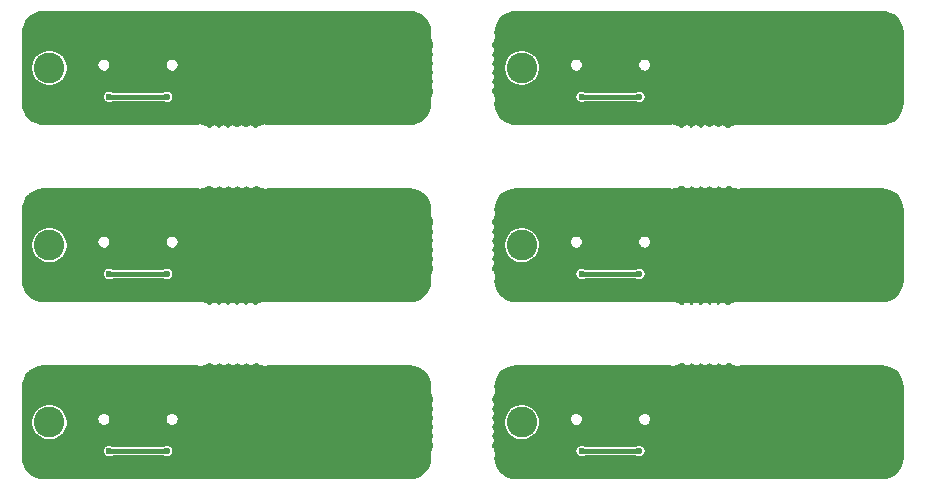
<source format=gbr>
%TF.GenerationSoftware,KiCad,Pcbnew,(5.1.11)-1*%
%TF.CreationDate,2022-09-07T06:47:23+07:00*%
%TF.ProjectId,Eclipse Voyager - Copy,45636c69-7073-4652-9056-6f7961676572,rev?*%
%TF.SameCoordinates,Original*%
%TF.FileFunction,Copper,L2,Bot*%
%TF.FilePolarity,Positive*%
%FSLAX46Y46*%
G04 Gerber Fmt 4.6, Leading zero omitted, Abs format (unit mm)*
G04 Created by KiCad (PCBNEW (5.1.11)-1) date 2022-09-07 06:47:23*
%MOMM*%
%LPD*%
G01*
G04 APERTURE LIST*
%TA.AperFunction,ComponentPad*%
%ADD10O,1.000000X2.100000*%
%TD*%
%TA.AperFunction,ComponentPad*%
%ADD11O,1.000000X1.600000*%
%TD*%
%TA.AperFunction,ComponentPad*%
%ADD12C,3.500000*%
%TD*%
%TA.AperFunction,ComponentPad*%
%ADD13C,2.600000*%
%TD*%
%TA.AperFunction,ViaPad*%
%ADD14C,0.500000*%
%TD*%
%TA.AperFunction,ViaPad*%
%ADD15C,0.600000*%
%TD*%
%TA.AperFunction,Conductor*%
%ADD16C,0.400000*%
%TD*%
%TA.AperFunction,Conductor*%
%ADD17C,0.152400*%
%TD*%
%TA.AperFunction,Conductor*%
%ADD18C,0.100000*%
%TD*%
G04 APERTURE END LIST*
D10*
%TO.P,USB1,13*%
%TO.N,GNDPWR*%
X176320000Y-31780000D03*
X167680000Y-31780000D03*
D11*
X176320000Y-27600000D03*
X167680000Y-27600000D03*
%TD*%
D12*
%TO.P,H1,1*%
%TO.N,GNDPWR*%
X194500000Y-61500000D03*
%TD*%
%TO.P,H1,1*%
%TO.N,GNDPWR*%
X154500000Y-61500000D03*
%TD*%
%TO.P,H1,1*%
%TO.N,GNDPWR*%
X194500000Y-46500000D03*
%TD*%
%TO.P,H1,1*%
%TO.N,GNDPWR*%
X154500000Y-46500000D03*
%TD*%
%TO.P,H1,1*%
%TO.N,GNDPWR*%
X194500000Y-31500000D03*
%TD*%
D13*
%TO.P,H2,1*%
%TO.N,N/C*%
X164500000Y-61500000D03*
%TD*%
%TO.P,H2,1*%
%TO.N,N/C*%
X124500000Y-61500000D03*
%TD*%
%TO.P,H2,1*%
%TO.N,N/C*%
X164500000Y-46500000D03*
%TD*%
%TO.P,H2,1*%
%TO.N,N/C*%
X124500000Y-46500000D03*
%TD*%
%TO.P,H2,1*%
%TO.N,N/C*%
X164500000Y-31500000D03*
%TD*%
D10*
%TO.P,USB1,13*%
%TO.N,GNDPWR*%
X176320000Y-61780000D03*
X167680000Y-61780000D03*
D11*
X176320000Y-57600000D03*
X167680000Y-57600000D03*
%TD*%
D10*
%TO.P,USB1,13*%
%TO.N,GNDPWR*%
X136320000Y-61780000D03*
X127680000Y-61780000D03*
D11*
X136320000Y-57600000D03*
X127680000Y-57600000D03*
%TD*%
D10*
%TO.P,USB1,13*%
%TO.N,GNDPWR*%
X176320000Y-46780000D03*
X167680000Y-46780000D03*
D11*
X176320000Y-42600000D03*
X167680000Y-42600000D03*
%TD*%
D10*
%TO.P,USB1,13*%
%TO.N,GNDPWR*%
X136320000Y-46780000D03*
X127680000Y-46780000D03*
D11*
X136320000Y-42600000D03*
X127680000Y-42600000D03*
%TD*%
D13*
%TO.P,H2,1*%
%TO.N,N/C*%
X124500000Y-31500000D03*
%TD*%
D12*
%TO.P,H1,1*%
%TO.N,GNDPWR*%
X154500000Y-31500000D03*
%TD*%
D10*
%TO.P,USB1,13*%
%TO.N,GNDPWR*%
X136320000Y-31780000D03*
X127680000Y-31780000D03*
D11*
X136320000Y-27600000D03*
X127680000Y-27600000D03*
%TD*%
D14*
%TO.N,GNDPWR*%
X132000000Y-35000000D03*
X172000000Y-35000000D03*
X132000000Y-50000000D03*
X172000000Y-50000000D03*
X132000000Y-65000000D03*
X172000000Y-65000000D03*
D15*
%TO.N,VBUS*%
X134450000Y-33939999D03*
X129550000Y-33939999D03*
X174450000Y-33939999D03*
X134450000Y-48939999D03*
X174450000Y-48939999D03*
X134450000Y-63939999D03*
X174450000Y-63939999D03*
X169550000Y-33939999D03*
X129550000Y-48939999D03*
X169550000Y-48939999D03*
X129550000Y-63939999D03*
X169550000Y-63939999D03*
%TD*%
D16*
%TO.N,VBUS*%
X134450000Y-33939999D02*
X129550000Y-33939999D01*
X174450000Y-33939999D02*
X169550000Y-33939999D01*
X134450000Y-48939999D02*
X129550000Y-48939999D01*
X174450000Y-48939999D02*
X169550000Y-48939999D01*
X134450000Y-63939999D02*
X129550000Y-63939999D01*
X174450000Y-63939999D02*
X169550000Y-63939999D01*
%TD*%
D17*
%TO.N,GNDPWR*%
X155338978Y-26788054D02*
X155665040Y-26886498D01*
X155965768Y-27046399D01*
X156229717Y-27261670D01*
X156446823Y-27524106D01*
X156608819Y-27823712D01*
X156709538Y-28149082D01*
X156746398Y-28499778D01*
X156746400Y-28500320D01*
X156746400Y-28533937D01*
X156720541Y-28581359D01*
X156702819Y-28637899D01*
X156699517Y-28668281D01*
X156698087Y-28675247D01*
X156698041Y-28681863D01*
X156696417Y-28696805D01*
X156696402Y-28701044D01*
X156696426Y-28708025D01*
X156697766Y-28721230D01*
X156697674Y-28734498D01*
X156698087Y-28738717D01*
X156718488Y-28932814D01*
X156724026Y-28959790D01*
X156729178Y-28986796D01*
X156730402Y-28990855D01*
X156788114Y-29177293D01*
X156798789Y-29202686D01*
X156809086Y-29228172D01*
X156811075Y-29231915D01*
X156903900Y-29403592D01*
X156919318Y-29426449D01*
X156923800Y-29433298D01*
X156923800Y-29637357D01*
X156878247Y-29682910D01*
X156825870Y-29761298D01*
X156789792Y-29848397D01*
X156771400Y-29940862D01*
X156771400Y-30035138D01*
X156789792Y-30127603D01*
X156825870Y-30214702D01*
X156878247Y-30293090D01*
X156923800Y-30338643D01*
X156923800Y-30387357D01*
X156878247Y-30432910D01*
X156825870Y-30511298D01*
X156789792Y-30598397D01*
X156771400Y-30690862D01*
X156771400Y-30785138D01*
X156789792Y-30877603D01*
X156825870Y-30964702D01*
X156878247Y-31043090D01*
X156923800Y-31088643D01*
X156923800Y-31137357D01*
X156878247Y-31182910D01*
X156825870Y-31261298D01*
X156789792Y-31348397D01*
X156771400Y-31440862D01*
X156771400Y-31535138D01*
X156789792Y-31627603D01*
X156825870Y-31714702D01*
X156878247Y-31793090D01*
X156923800Y-31838643D01*
X156923800Y-31911357D01*
X156878247Y-31956910D01*
X156825870Y-32035298D01*
X156789792Y-32122397D01*
X156771400Y-32214862D01*
X156771400Y-32309138D01*
X156789792Y-32401603D01*
X156825870Y-32488702D01*
X156878247Y-32567090D01*
X156923800Y-32612643D01*
X156923800Y-32673357D01*
X156878247Y-32718910D01*
X156825870Y-32797298D01*
X156789792Y-32884397D01*
X156771400Y-32976862D01*
X156771400Y-33071138D01*
X156789792Y-33163603D01*
X156825870Y-33250702D01*
X156878247Y-33329090D01*
X156923800Y-33374643D01*
X156923800Y-33566774D01*
X156916575Y-33577649D01*
X156901033Y-33600348D01*
X156899016Y-33604076D01*
X156807391Y-33776399D01*
X156796903Y-33801845D01*
X156786066Y-33827130D01*
X156784814Y-33831174D01*
X156784811Y-33831181D01*
X156784810Y-33831188D01*
X156728403Y-34018016D01*
X156723062Y-34044990D01*
X156717337Y-34071924D01*
X156716894Y-34076140D01*
X156697849Y-34270374D01*
X156697849Y-34329626D01*
X156709358Y-34387750D01*
X156731937Y-34442532D01*
X156746400Y-34464301D01*
X156746400Y-34487593D01*
X156711946Y-34838978D01*
X156613504Y-35165035D01*
X156453601Y-35465770D01*
X156238330Y-35729717D01*
X155975894Y-35946823D01*
X155676288Y-36108819D01*
X155350917Y-36209538D01*
X155000221Y-36246398D01*
X154999680Y-36246400D01*
X142966063Y-36246400D01*
X142918641Y-36220541D01*
X142862101Y-36202819D01*
X142831719Y-36199517D01*
X142824753Y-36198087D01*
X142818137Y-36198041D01*
X142803195Y-36196417D01*
X142798956Y-36196402D01*
X142791975Y-36196426D01*
X142778770Y-36197766D01*
X142765502Y-36197674D01*
X142761283Y-36198087D01*
X142567186Y-36218488D01*
X142540210Y-36224026D01*
X142513204Y-36229178D01*
X142509145Y-36230402D01*
X142322707Y-36288114D01*
X142297314Y-36298789D01*
X142271828Y-36309086D01*
X142268089Y-36311074D01*
X142268084Y-36311076D01*
X142268080Y-36311079D01*
X142096408Y-36403900D01*
X142073566Y-36419307D01*
X142050570Y-36434356D01*
X142047284Y-36437035D01*
X142011518Y-36466624D01*
X141898477Y-36466947D01*
X141883753Y-36444910D01*
X141817090Y-36378247D01*
X141738702Y-36325870D01*
X141651603Y-36289792D01*
X141559138Y-36271400D01*
X141464862Y-36271400D01*
X141372397Y-36289792D01*
X141285298Y-36325870D01*
X141206910Y-36378247D01*
X141140247Y-36444910D01*
X141137000Y-36449769D01*
X141133753Y-36444910D01*
X141067090Y-36378247D01*
X140988702Y-36325870D01*
X140901603Y-36289792D01*
X140809138Y-36271400D01*
X140714862Y-36271400D01*
X140622397Y-36289792D01*
X140535298Y-36325870D01*
X140456910Y-36378247D01*
X140390247Y-36444910D01*
X140387000Y-36449769D01*
X140383753Y-36444910D01*
X140317090Y-36378247D01*
X140238702Y-36325870D01*
X140151603Y-36289792D01*
X140059138Y-36271400D01*
X139964862Y-36271400D01*
X139872397Y-36289792D01*
X139785298Y-36325870D01*
X139706910Y-36378247D01*
X139640247Y-36444910D01*
X139625000Y-36467729D01*
X139609753Y-36444910D01*
X139543090Y-36378247D01*
X139464702Y-36325870D01*
X139377603Y-36289792D01*
X139285138Y-36271400D01*
X139190862Y-36271400D01*
X139098397Y-36289792D01*
X139011298Y-36325870D01*
X138932910Y-36378247D01*
X138866247Y-36444910D01*
X138857000Y-36458749D01*
X138847753Y-36444910D01*
X138781090Y-36378247D01*
X138702702Y-36325870D01*
X138615603Y-36289792D01*
X138523138Y-36271400D01*
X138428862Y-36271400D01*
X138336397Y-36289792D01*
X138249298Y-36325870D01*
X138170910Y-36378247D01*
X138104247Y-36444910D01*
X138082237Y-36477850D01*
X138002013Y-36478079D01*
X137945276Y-36431806D01*
X137922351Y-36416575D01*
X137899652Y-36401033D01*
X137895924Y-36399016D01*
X137723601Y-36307391D01*
X137698155Y-36296903D01*
X137672870Y-36286066D01*
X137668826Y-36284814D01*
X137668819Y-36284811D01*
X137668812Y-36284810D01*
X137481984Y-36228403D01*
X137455010Y-36223062D01*
X137428076Y-36217337D01*
X137423860Y-36216894D01*
X137229626Y-36197849D01*
X137170374Y-36197849D01*
X137112250Y-36209358D01*
X137057468Y-36231937D01*
X137035699Y-36246400D01*
X124012407Y-36246400D01*
X123661022Y-36211946D01*
X123334965Y-36113504D01*
X123034230Y-35953601D01*
X122770283Y-35738330D01*
X122553177Y-35475894D01*
X122391181Y-35176288D01*
X122290462Y-34850917D01*
X122253602Y-34500221D01*
X122253600Y-34499680D01*
X122253600Y-33887936D01*
X129021400Y-33887936D01*
X129021400Y-33992062D01*
X129041713Y-34094186D01*
X129081560Y-34190385D01*
X129139409Y-34276962D01*
X129213037Y-34350590D01*
X129299614Y-34408439D01*
X129395813Y-34448286D01*
X129497937Y-34468599D01*
X129602063Y-34468599D01*
X129704187Y-34448286D01*
X129800386Y-34408439D01*
X129860011Y-34368599D01*
X134139989Y-34368599D01*
X134199614Y-34408439D01*
X134295813Y-34448286D01*
X134397937Y-34468599D01*
X134502063Y-34468599D01*
X134604187Y-34448286D01*
X134700386Y-34408439D01*
X134786963Y-34350590D01*
X134860591Y-34276962D01*
X134918440Y-34190385D01*
X134958287Y-34094186D01*
X134978600Y-33992062D01*
X134978600Y-33887936D01*
X134958287Y-33785812D01*
X134918440Y-33689613D01*
X134860591Y-33603036D01*
X134786963Y-33529408D01*
X134700386Y-33471559D01*
X134604187Y-33431712D01*
X134502063Y-33411399D01*
X134397937Y-33411399D01*
X134295813Y-33431712D01*
X134199614Y-33471559D01*
X134139989Y-33511399D01*
X129860011Y-33511399D01*
X129800386Y-33471559D01*
X129704187Y-33431712D01*
X129602063Y-33411399D01*
X129497937Y-33411399D01*
X129395813Y-33431712D01*
X129299614Y-33471559D01*
X129213037Y-33529408D01*
X129139409Y-33603036D01*
X129081560Y-33689613D01*
X129041713Y-33785812D01*
X129021400Y-33887936D01*
X122253600Y-33887936D01*
X122253600Y-31349446D01*
X122971400Y-31349446D01*
X122971400Y-31650554D01*
X123030143Y-31945876D01*
X123145372Y-32224064D01*
X123312659Y-32474426D01*
X123525574Y-32687341D01*
X123775936Y-32854628D01*
X124054124Y-32969857D01*
X124349446Y-33028600D01*
X124650554Y-33028600D01*
X124945876Y-32969857D01*
X125224064Y-32854628D01*
X125474426Y-32687341D01*
X125687341Y-32474426D01*
X125854628Y-32224064D01*
X125969857Y-31945876D01*
X126028600Y-31650554D01*
X126028600Y-31349446D01*
X125997974Y-31195475D01*
X128556400Y-31195475D01*
X128556400Y-31304525D01*
X128577674Y-31411479D01*
X128619406Y-31512228D01*
X128679991Y-31602900D01*
X128757100Y-31680009D01*
X128847772Y-31740594D01*
X128948521Y-31782326D01*
X129055475Y-31803600D01*
X129164525Y-31803600D01*
X129271479Y-31782326D01*
X129372228Y-31740594D01*
X129462900Y-31680009D01*
X129540009Y-31602900D01*
X129600594Y-31512228D01*
X129642326Y-31411479D01*
X129663600Y-31304525D01*
X129663600Y-31195475D01*
X134336400Y-31195475D01*
X134336400Y-31304525D01*
X134357674Y-31411479D01*
X134399406Y-31512228D01*
X134459991Y-31602900D01*
X134537100Y-31680009D01*
X134627772Y-31740594D01*
X134728521Y-31782326D01*
X134835475Y-31803600D01*
X134944525Y-31803600D01*
X135051479Y-31782326D01*
X135152228Y-31740594D01*
X135242900Y-31680009D01*
X135320009Y-31602900D01*
X135380594Y-31512228D01*
X135422326Y-31411479D01*
X135443600Y-31304525D01*
X135443600Y-31195475D01*
X135422326Y-31088521D01*
X135380594Y-30987772D01*
X135320009Y-30897100D01*
X135242900Y-30819991D01*
X135152228Y-30759406D01*
X135051479Y-30717674D01*
X134944525Y-30696400D01*
X134835475Y-30696400D01*
X134728521Y-30717674D01*
X134627772Y-30759406D01*
X134537100Y-30819991D01*
X134459991Y-30897100D01*
X134399406Y-30987772D01*
X134357674Y-31088521D01*
X134336400Y-31195475D01*
X129663600Y-31195475D01*
X129642326Y-31088521D01*
X129600594Y-30987772D01*
X129540009Y-30897100D01*
X129462900Y-30819991D01*
X129372228Y-30759406D01*
X129271479Y-30717674D01*
X129164525Y-30696400D01*
X129055475Y-30696400D01*
X128948521Y-30717674D01*
X128847772Y-30759406D01*
X128757100Y-30819991D01*
X128679991Y-30897100D01*
X128619406Y-30987772D01*
X128577674Y-31088521D01*
X128556400Y-31195475D01*
X125997974Y-31195475D01*
X125969857Y-31054124D01*
X125854628Y-30775936D01*
X125687341Y-30525574D01*
X125474426Y-30312659D01*
X125224064Y-30145372D01*
X124945876Y-30030143D01*
X124650554Y-29971400D01*
X124349446Y-29971400D01*
X124054124Y-30030143D01*
X123775936Y-30145372D01*
X123525574Y-30312659D01*
X123312659Y-30525574D01*
X123145372Y-30775936D01*
X123030143Y-31054124D01*
X122971400Y-31349446D01*
X122253600Y-31349446D01*
X122253600Y-28512407D01*
X122288054Y-28161022D01*
X122386498Y-27834960D01*
X122546399Y-27534232D01*
X122761670Y-27270283D01*
X123024106Y-27053177D01*
X123323712Y-26891181D01*
X123649082Y-26790462D01*
X123999778Y-26753602D01*
X124000320Y-26753600D01*
X154987593Y-26753600D01*
X155338978Y-26788054D01*
%TA.AperFunction,Conductor*%
D18*
G36*
X155338978Y-26788054D02*
G01*
X155665040Y-26886498D01*
X155965768Y-27046399D01*
X156229717Y-27261670D01*
X156446823Y-27524106D01*
X156608819Y-27823712D01*
X156709538Y-28149082D01*
X156746398Y-28499778D01*
X156746400Y-28500320D01*
X156746400Y-28533937D01*
X156720541Y-28581359D01*
X156702819Y-28637899D01*
X156699517Y-28668281D01*
X156698087Y-28675247D01*
X156698041Y-28681863D01*
X156696417Y-28696805D01*
X156696402Y-28701044D01*
X156696426Y-28708025D01*
X156697766Y-28721230D01*
X156697674Y-28734498D01*
X156698087Y-28738717D01*
X156718488Y-28932814D01*
X156724026Y-28959790D01*
X156729178Y-28986796D01*
X156730402Y-28990855D01*
X156788114Y-29177293D01*
X156798789Y-29202686D01*
X156809086Y-29228172D01*
X156811075Y-29231915D01*
X156903900Y-29403592D01*
X156919318Y-29426449D01*
X156923800Y-29433298D01*
X156923800Y-29637357D01*
X156878247Y-29682910D01*
X156825870Y-29761298D01*
X156789792Y-29848397D01*
X156771400Y-29940862D01*
X156771400Y-30035138D01*
X156789792Y-30127603D01*
X156825870Y-30214702D01*
X156878247Y-30293090D01*
X156923800Y-30338643D01*
X156923800Y-30387357D01*
X156878247Y-30432910D01*
X156825870Y-30511298D01*
X156789792Y-30598397D01*
X156771400Y-30690862D01*
X156771400Y-30785138D01*
X156789792Y-30877603D01*
X156825870Y-30964702D01*
X156878247Y-31043090D01*
X156923800Y-31088643D01*
X156923800Y-31137357D01*
X156878247Y-31182910D01*
X156825870Y-31261298D01*
X156789792Y-31348397D01*
X156771400Y-31440862D01*
X156771400Y-31535138D01*
X156789792Y-31627603D01*
X156825870Y-31714702D01*
X156878247Y-31793090D01*
X156923800Y-31838643D01*
X156923800Y-31911357D01*
X156878247Y-31956910D01*
X156825870Y-32035298D01*
X156789792Y-32122397D01*
X156771400Y-32214862D01*
X156771400Y-32309138D01*
X156789792Y-32401603D01*
X156825870Y-32488702D01*
X156878247Y-32567090D01*
X156923800Y-32612643D01*
X156923800Y-32673357D01*
X156878247Y-32718910D01*
X156825870Y-32797298D01*
X156789792Y-32884397D01*
X156771400Y-32976862D01*
X156771400Y-33071138D01*
X156789792Y-33163603D01*
X156825870Y-33250702D01*
X156878247Y-33329090D01*
X156923800Y-33374643D01*
X156923800Y-33566774D01*
X156916575Y-33577649D01*
X156901033Y-33600348D01*
X156899016Y-33604076D01*
X156807391Y-33776399D01*
X156796903Y-33801845D01*
X156786066Y-33827130D01*
X156784814Y-33831174D01*
X156784811Y-33831181D01*
X156784810Y-33831188D01*
X156728403Y-34018016D01*
X156723062Y-34044990D01*
X156717337Y-34071924D01*
X156716894Y-34076140D01*
X156697849Y-34270374D01*
X156697849Y-34329626D01*
X156709358Y-34387750D01*
X156731937Y-34442532D01*
X156746400Y-34464301D01*
X156746400Y-34487593D01*
X156711946Y-34838978D01*
X156613504Y-35165035D01*
X156453601Y-35465770D01*
X156238330Y-35729717D01*
X155975894Y-35946823D01*
X155676288Y-36108819D01*
X155350917Y-36209538D01*
X155000221Y-36246398D01*
X154999680Y-36246400D01*
X142966063Y-36246400D01*
X142918641Y-36220541D01*
X142862101Y-36202819D01*
X142831719Y-36199517D01*
X142824753Y-36198087D01*
X142818137Y-36198041D01*
X142803195Y-36196417D01*
X142798956Y-36196402D01*
X142791975Y-36196426D01*
X142778770Y-36197766D01*
X142765502Y-36197674D01*
X142761283Y-36198087D01*
X142567186Y-36218488D01*
X142540210Y-36224026D01*
X142513204Y-36229178D01*
X142509145Y-36230402D01*
X142322707Y-36288114D01*
X142297314Y-36298789D01*
X142271828Y-36309086D01*
X142268089Y-36311074D01*
X142268084Y-36311076D01*
X142268080Y-36311079D01*
X142096408Y-36403900D01*
X142073566Y-36419307D01*
X142050570Y-36434356D01*
X142047284Y-36437035D01*
X142011518Y-36466624D01*
X141898477Y-36466947D01*
X141883753Y-36444910D01*
X141817090Y-36378247D01*
X141738702Y-36325870D01*
X141651603Y-36289792D01*
X141559138Y-36271400D01*
X141464862Y-36271400D01*
X141372397Y-36289792D01*
X141285298Y-36325870D01*
X141206910Y-36378247D01*
X141140247Y-36444910D01*
X141137000Y-36449769D01*
X141133753Y-36444910D01*
X141067090Y-36378247D01*
X140988702Y-36325870D01*
X140901603Y-36289792D01*
X140809138Y-36271400D01*
X140714862Y-36271400D01*
X140622397Y-36289792D01*
X140535298Y-36325870D01*
X140456910Y-36378247D01*
X140390247Y-36444910D01*
X140387000Y-36449769D01*
X140383753Y-36444910D01*
X140317090Y-36378247D01*
X140238702Y-36325870D01*
X140151603Y-36289792D01*
X140059138Y-36271400D01*
X139964862Y-36271400D01*
X139872397Y-36289792D01*
X139785298Y-36325870D01*
X139706910Y-36378247D01*
X139640247Y-36444910D01*
X139625000Y-36467729D01*
X139609753Y-36444910D01*
X139543090Y-36378247D01*
X139464702Y-36325870D01*
X139377603Y-36289792D01*
X139285138Y-36271400D01*
X139190862Y-36271400D01*
X139098397Y-36289792D01*
X139011298Y-36325870D01*
X138932910Y-36378247D01*
X138866247Y-36444910D01*
X138857000Y-36458749D01*
X138847753Y-36444910D01*
X138781090Y-36378247D01*
X138702702Y-36325870D01*
X138615603Y-36289792D01*
X138523138Y-36271400D01*
X138428862Y-36271400D01*
X138336397Y-36289792D01*
X138249298Y-36325870D01*
X138170910Y-36378247D01*
X138104247Y-36444910D01*
X138082237Y-36477850D01*
X138002013Y-36478079D01*
X137945276Y-36431806D01*
X137922351Y-36416575D01*
X137899652Y-36401033D01*
X137895924Y-36399016D01*
X137723601Y-36307391D01*
X137698155Y-36296903D01*
X137672870Y-36286066D01*
X137668826Y-36284814D01*
X137668819Y-36284811D01*
X137668812Y-36284810D01*
X137481984Y-36228403D01*
X137455010Y-36223062D01*
X137428076Y-36217337D01*
X137423860Y-36216894D01*
X137229626Y-36197849D01*
X137170374Y-36197849D01*
X137112250Y-36209358D01*
X137057468Y-36231937D01*
X137035699Y-36246400D01*
X124012407Y-36246400D01*
X123661022Y-36211946D01*
X123334965Y-36113504D01*
X123034230Y-35953601D01*
X122770283Y-35738330D01*
X122553177Y-35475894D01*
X122391181Y-35176288D01*
X122290462Y-34850917D01*
X122253602Y-34500221D01*
X122253600Y-34499680D01*
X122253600Y-33887936D01*
X129021400Y-33887936D01*
X129021400Y-33992062D01*
X129041713Y-34094186D01*
X129081560Y-34190385D01*
X129139409Y-34276962D01*
X129213037Y-34350590D01*
X129299614Y-34408439D01*
X129395813Y-34448286D01*
X129497937Y-34468599D01*
X129602063Y-34468599D01*
X129704187Y-34448286D01*
X129800386Y-34408439D01*
X129860011Y-34368599D01*
X134139989Y-34368599D01*
X134199614Y-34408439D01*
X134295813Y-34448286D01*
X134397937Y-34468599D01*
X134502063Y-34468599D01*
X134604187Y-34448286D01*
X134700386Y-34408439D01*
X134786963Y-34350590D01*
X134860591Y-34276962D01*
X134918440Y-34190385D01*
X134958287Y-34094186D01*
X134978600Y-33992062D01*
X134978600Y-33887936D01*
X134958287Y-33785812D01*
X134918440Y-33689613D01*
X134860591Y-33603036D01*
X134786963Y-33529408D01*
X134700386Y-33471559D01*
X134604187Y-33431712D01*
X134502063Y-33411399D01*
X134397937Y-33411399D01*
X134295813Y-33431712D01*
X134199614Y-33471559D01*
X134139989Y-33511399D01*
X129860011Y-33511399D01*
X129800386Y-33471559D01*
X129704187Y-33431712D01*
X129602063Y-33411399D01*
X129497937Y-33411399D01*
X129395813Y-33431712D01*
X129299614Y-33471559D01*
X129213037Y-33529408D01*
X129139409Y-33603036D01*
X129081560Y-33689613D01*
X129041713Y-33785812D01*
X129021400Y-33887936D01*
X122253600Y-33887936D01*
X122253600Y-31349446D01*
X122971400Y-31349446D01*
X122971400Y-31650554D01*
X123030143Y-31945876D01*
X123145372Y-32224064D01*
X123312659Y-32474426D01*
X123525574Y-32687341D01*
X123775936Y-32854628D01*
X124054124Y-32969857D01*
X124349446Y-33028600D01*
X124650554Y-33028600D01*
X124945876Y-32969857D01*
X125224064Y-32854628D01*
X125474426Y-32687341D01*
X125687341Y-32474426D01*
X125854628Y-32224064D01*
X125969857Y-31945876D01*
X126028600Y-31650554D01*
X126028600Y-31349446D01*
X125997974Y-31195475D01*
X128556400Y-31195475D01*
X128556400Y-31304525D01*
X128577674Y-31411479D01*
X128619406Y-31512228D01*
X128679991Y-31602900D01*
X128757100Y-31680009D01*
X128847772Y-31740594D01*
X128948521Y-31782326D01*
X129055475Y-31803600D01*
X129164525Y-31803600D01*
X129271479Y-31782326D01*
X129372228Y-31740594D01*
X129462900Y-31680009D01*
X129540009Y-31602900D01*
X129600594Y-31512228D01*
X129642326Y-31411479D01*
X129663600Y-31304525D01*
X129663600Y-31195475D01*
X134336400Y-31195475D01*
X134336400Y-31304525D01*
X134357674Y-31411479D01*
X134399406Y-31512228D01*
X134459991Y-31602900D01*
X134537100Y-31680009D01*
X134627772Y-31740594D01*
X134728521Y-31782326D01*
X134835475Y-31803600D01*
X134944525Y-31803600D01*
X135051479Y-31782326D01*
X135152228Y-31740594D01*
X135242900Y-31680009D01*
X135320009Y-31602900D01*
X135380594Y-31512228D01*
X135422326Y-31411479D01*
X135443600Y-31304525D01*
X135443600Y-31195475D01*
X135422326Y-31088521D01*
X135380594Y-30987772D01*
X135320009Y-30897100D01*
X135242900Y-30819991D01*
X135152228Y-30759406D01*
X135051479Y-30717674D01*
X134944525Y-30696400D01*
X134835475Y-30696400D01*
X134728521Y-30717674D01*
X134627772Y-30759406D01*
X134537100Y-30819991D01*
X134459991Y-30897100D01*
X134399406Y-30987772D01*
X134357674Y-31088521D01*
X134336400Y-31195475D01*
X129663600Y-31195475D01*
X129642326Y-31088521D01*
X129600594Y-30987772D01*
X129540009Y-30897100D01*
X129462900Y-30819991D01*
X129372228Y-30759406D01*
X129271479Y-30717674D01*
X129164525Y-30696400D01*
X129055475Y-30696400D01*
X128948521Y-30717674D01*
X128847772Y-30759406D01*
X128757100Y-30819991D01*
X128679991Y-30897100D01*
X128619406Y-30987772D01*
X128577674Y-31088521D01*
X128556400Y-31195475D01*
X125997974Y-31195475D01*
X125969857Y-31054124D01*
X125854628Y-30775936D01*
X125687341Y-30525574D01*
X125474426Y-30312659D01*
X125224064Y-30145372D01*
X124945876Y-30030143D01*
X124650554Y-29971400D01*
X124349446Y-29971400D01*
X124054124Y-30030143D01*
X123775936Y-30145372D01*
X123525574Y-30312659D01*
X123312659Y-30525574D01*
X123145372Y-30775936D01*
X123030143Y-31054124D01*
X122971400Y-31349446D01*
X122253600Y-31349446D01*
X122253600Y-28512407D01*
X122288054Y-28161022D01*
X122386498Y-27834960D01*
X122546399Y-27534232D01*
X122761670Y-27270283D01*
X123024106Y-27053177D01*
X123323712Y-26891181D01*
X123649082Y-26790462D01*
X123999778Y-26753602D01*
X124000320Y-26753600D01*
X154987593Y-26753600D01*
X155338978Y-26788054D01*
G37*
%TD.AperFunction*%
%TD*%
D17*
%TO.N,GNDPWR*%
X195338978Y-26788054D02*
X195665040Y-26886498D01*
X195965768Y-27046399D01*
X196229717Y-27261670D01*
X196446823Y-27524106D01*
X196608819Y-27823712D01*
X196709538Y-28149082D01*
X196746398Y-28499778D01*
X196746400Y-28500321D01*
X196746401Y-34487583D01*
X196711946Y-34838978D01*
X196613504Y-35165035D01*
X196453601Y-35465770D01*
X196238330Y-35729717D01*
X195975894Y-35946823D01*
X195676288Y-36108819D01*
X195350917Y-36209538D01*
X195000221Y-36246398D01*
X194999680Y-36246400D01*
X182966063Y-36246400D01*
X182918641Y-36220541D01*
X182862101Y-36202819D01*
X182831719Y-36199517D01*
X182824753Y-36198087D01*
X182818137Y-36198041D01*
X182803195Y-36196417D01*
X182798956Y-36196402D01*
X182791975Y-36196426D01*
X182778770Y-36197766D01*
X182765502Y-36197674D01*
X182761283Y-36198087D01*
X182567186Y-36218488D01*
X182540210Y-36224026D01*
X182513204Y-36229178D01*
X182509145Y-36230402D01*
X182322707Y-36288114D01*
X182297314Y-36298789D01*
X182271828Y-36309086D01*
X182268089Y-36311074D01*
X182268084Y-36311076D01*
X182268080Y-36311079D01*
X182096408Y-36403900D01*
X182073566Y-36419307D01*
X182050570Y-36434356D01*
X182047284Y-36437035D01*
X182011518Y-36466624D01*
X181898477Y-36466947D01*
X181883753Y-36444910D01*
X181817090Y-36378247D01*
X181738702Y-36325870D01*
X181651603Y-36289792D01*
X181559138Y-36271400D01*
X181464862Y-36271400D01*
X181372397Y-36289792D01*
X181285298Y-36325870D01*
X181206910Y-36378247D01*
X181140247Y-36444910D01*
X181137000Y-36449769D01*
X181133753Y-36444910D01*
X181067090Y-36378247D01*
X180988702Y-36325870D01*
X180901603Y-36289792D01*
X180809138Y-36271400D01*
X180714862Y-36271400D01*
X180622397Y-36289792D01*
X180535298Y-36325870D01*
X180456910Y-36378247D01*
X180390247Y-36444910D01*
X180387000Y-36449769D01*
X180383753Y-36444910D01*
X180317090Y-36378247D01*
X180238702Y-36325870D01*
X180151603Y-36289792D01*
X180059138Y-36271400D01*
X179964862Y-36271400D01*
X179872397Y-36289792D01*
X179785298Y-36325870D01*
X179706910Y-36378247D01*
X179640247Y-36444910D01*
X179625000Y-36467729D01*
X179609753Y-36444910D01*
X179543090Y-36378247D01*
X179464702Y-36325870D01*
X179377603Y-36289792D01*
X179285138Y-36271400D01*
X179190862Y-36271400D01*
X179098397Y-36289792D01*
X179011298Y-36325870D01*
X178932910Y-36378247D01*
X178866247Y-36444910D01*
X178857000Y-36458749D01*
X178847753Y-36444910D01*
X178781090Y-36378247D01*
X178702702Y-36325870D01*
X178615603Y-36289792D01*
X178523138Y-36271400D01*
X178428862Y-36271400D01*
X178336397Y-36289792D01*
X178249298Y-36325870D01*
X178170910Y-36378247D01*
X178104247Y-36444910D01*
X178082237Y-36477850D01*
X178002013Y-36478079D01*
X177945276Y-36431806D01*
X177922351Y-36416575D01*
X177899652Y-36401033D01*
X177895924Y-36399016D01*
X177723601Y-36307391D01*
X177698155Y-36296903D01*
X177672870Y-36286066D01*
X177668826Y-36284814D01*
X177668819Y-36284811D01*
X177668812Y-36284810D01*
X177481984Y-36228403D01*
X177455010Y-36223062D01*
X177428076Y-36217337D01*
X177423860Y-36216894D01*
X177229626Y-36197849D01*
X177170374Y-36197849D01*
X177112250Y-36209358D01*
X177057468Y-36231937D01*
X177035699Y-36246400D01*
X164012407Y-36246400D01*
X163661022Y-36211946D01*
X163334965Y-36113504D01*
X163034230Y-35953601D01*
X162770283Y-35738330D01*
X162553177Y-35475894D01*
X162391181Y-35176288D01*
X162290462Y-34850917D01*
X162253602Y-34500221D01*
X162253600Y-34499680D01*
X162253600Y-34466063D01*
X162279459Y-34418641D01*
X162297181Y-34362101D01*
X162300483Y-34331719D01*
X162301913Y-34324753D01*
X162301959Y-34318137D01*
X162303583Y-34303195D01*
X162303598Y-34298956D01*
X162303574Y-34291975D01*
X162302234Y-34278770D01*
X162302326Y-34265502D01*
X162301913Y-34261283D01*
X162281512Y-34067186D01*
X162275974Y-34040210D01*
X162270822Y-34013204D01*
X162269598Y-34009145D01*
X162232078Y-33887936D01*
X169021400Y-33887936D01*
X169021400Y-33992062D01*
X169041713Y-34094186D01*
X169081560Y-34190385D01*
X169139409Y-34276962D01*
X169213037Y-34350590D01*
X169299614Y-34408439D01*
X169395813Y-34448286D01*
X169497937Y-34468599D01*
X169602063Y-34468599D01*
X169704187Y-34448286D01*
X169800386Y-34408439D01*
X169860011Y-34368599D01*
X174139989Y-34368599D01*
X174199614Y-34408439D01*
X174295813Y-34448286D01*
X174397937Y-34468599D01*
X174502063Y-34468599D01*
X174604187Y-34448286D01*
X174700386Y-34408439D01*
X174786963Y-34350590D01*
X174860591Y-34276962D01*
X174918440Y-34190385D01*
X174958287Y-34094186D01*
X174978600Y-33992062D01*
X174978600Y-33887936D01*
X174958287Y-33785812D01*
X174918440Y-33689613D01*
X174860591Y-33603036D01*
X174786963Y-33529408D01*
X174700386Y-33471559D01*
X174604187Y-33431712D01*
X174502063Y-33411399D01*
X174397937Y-33411399D01*
X174295813Y-33431712D01*
X174199614Y-33471559D01*
X174139989Y-33511399D01*
X169860011Y-33511399D01*
X169800386Y-33471559D01*
X169704187Y-33431712D01*
X169602063Y-33411399D01*
X169497937Y-33411399D01*
X169395813Y-33431712D01*
X169299614Y-33471559D01*
X169213037Y-33529408D01*
X169139409Y-33603036D01*
X169081560Y-33689613D01*
X169041713Y-33785812D01*
X169021400Y-33887936D01*
X162232078Y-33887936D01*
X162211886Y-33822707D01*
X162201211Y-33797314D01*
X162190914Y-33771828D01*
X162188924Y-33768085D01*
X162188924Y-33768084D01*
X162188921Y-33768080D01*
X162096100Y-33596408D01*
X162080693Y-33573566D01*
X162076200Y-33566700D01*
X162076200Y-33362643D01*
X162121753Y-33317090D01*
X162174130Y-33238702D01*
X162210208Y-33151603D01*
X162228600Y-33059138D01*
X162228600Y-32964862D01*
X162210208Y-32872397D01*
X162174130Y-32785298D01*
X162121753Y-32706910D01*
X162076200Y-32661357D01*
X162076200Y-32612643D01*
X162121753Y-32567090D01*
X162174130Y-32488702D01*
X162210208Y-32401603D01*
X162228600Y-32309138D01*
X162228600Y-32214862D01*
X162210208Y-32122397D01*
X162174130Y-32035298D01*
X162121753Y-31956910D01*
X162076200Y-31911357D01*
X162076200Y-31862643D01*
X162121753Y-31817090D01*
X162174130Y-31738702D01*
X162210208Y-31651603D01*
X162228600Y-31559138D01*
X162228600Y-31464862D01*
X162210208Y-31372397D01*
X162200702Y-31349446D01*
X162971400Y-31349446D01*
X162971400Y-31650554D01*
X163030143Y-31945876D01*
X163145372Y-32224064D01*
X163312659Y-32474426D01*
X163525574Y-32687341D01*
X163775936Y-32854628D01*
X164054124Y-32969857D01*
X164349446Y-33028600D01*
X164650554Y-33028600D01*
X164945876Y-32969857D01*
X165224064Y-32854628D01*
X165474426Y-32687341D01*
X165687341Y-32474426D01*
X165854628Y-32224064D01*
X165969857Y-31945876D01*
X166028600Y-31650554D01*
X166028600Y-31349446D01*
X165997974Y-31195475D01*
X168556400Y-31195475D01*
X168556400Y-31304525D01*
X168577674Y-31411479D01*
X168619406Y-31512228D01*
X168679991Y-31602900D01*
X168757100Y-31680009D01*
X168847772Y-31740594D01*
X168948521Y-31782326D01*
X169055475Y-31803600D01*
X169164525Y-31803600D01*
X169271479Y-31782326D01*
X169372228Y-31740594D01*
X169462900Y-31680009D01*
X169540009Y-31602900D01*
X169600594Y-31512228D01*
X169642326Y-31411479D01*
X169663600Y-31304525D01*
X169663600Y-31195475D01*
X174336400Y-31195475D01*
X174336400Y-31304525D01*
X174357674Y-31411479D01*
X174399406Y-31512228D01*
X174459991Y-31602900D01*
X174537100Y-31680009D01*
X174627772Y-31740594D01*
X174728521Y-31782326D01*
X174835475Y-31803600D01*
X174944525Y-31803600D01*
X175051479Y-31782326D01*
X175152228Y-31740594D01*
X175242900Y-31680009D01*
X175320009Y-31602900D01*
X175380594Y-31512228D01*
X175422326Y-31411479D01*
X175443600Y-31304525D01*
X175443600Y-31195475D01*
X175422326Y-31088521D01*
X175380594Y-30987772D01*
X175320009Y-30897100D01*
X175242900Y-30819991D01*
X175152228Y-30759406D01*
X175051479Y-30717674D01*
X174944525Y-30696400D01*
X174835475Y-30696400D01*
X174728521Y-30717674D01*
X174627772Y-30759406D01*
X174537100Y-30819991D01*
X174459991Y-30897100D01*
X174399406Y-30987772D01*
X174357674Y-31088521D01*
X174336400Y-31195475D01*
X169663600Y-31195475D01*
X169642326Y-31088521D01*
X169600594Y-30987772D01*
X169540009Y-30897100D01*
X169462900Y-30819991D01*
X169372228Y-30759406D01*
X169271479Y-30717674D01*
X169164525Y-30696400D01*
X169055475Y-30696400D01*
X168948521Y-30717674D01*
X168847772Y-30759406D01*
X168757100Y-30819991D01*
X168679991Y-30897100D01*
X168619406Y-30987772D01*
X168577674Y-31088521D01*
X168556400Y-31195475D01*
X165997974Y-31195475D01*
X165969857Y-31054124D01*
X165854628Y-30775936D01*
X165687341Y-30525574D01*
X165474426Y-30312659D01*
X165224064Y-30145372D01*
X164945876Y-30030143D01*
X164650554Y-29971400D01*
X164349446Y-29971400D01*
X164054124Y-30030143D01*
X163775936Y-30145372D01*
X163525574Y-30312659D01*
X163312659Y-30525574D01*
X163145372Y-30775936D01*
X163030143Y-31054124D01*
X162971400Y-31349446D01*
X162200702Y-31349446D01*
X162174130Y-31285298D01*
X162121753Y-31206910D01*
X162076200Y-31161357D01*
X162076200Y-31088643D01*
X162121753Y-31043090D01*
X162174130Y-30964702D01*
X162210208Y-30877603D01*
X162228600Y-30785138D01*
X162228600Y-30690862D01*
X162210208Y-30598397D01*
X162174130Y-30511298D01*
X162121753Y-30432910D01*
X162076200Y-30387357D01*
X162076200Y-30326643D01*
X162121753Y-30281090D01*
X162174130Y-30202702D01*
X162210208Y-30115603D01*
X162228600Y-30023138D01*
X162228600Y-29928862D01*
X162210208Y-29836397D01*
X162174130Y-29749298D01*
X162121753Y-29670910D01*
X162076200Y-29625357D01*
X162076200Y-29433226D01*
X162083421Y-29422358D01*
X162098967Y-29399652D01*
X162100984Y-29395923D01*
X162192609Y-29223601D01*
X162203108Y-29198129D01*
X162213934Y-29172869D01*
X162215186Y-29168826D01*
X162215189Y-29168819D01*
X162215190Y-29168812D01*
X162271597Y-28981984D01*
X162276943Y-28954987D01*
X162282662Y-28928076D01*
X162283106Y-28923860D01*
X162302151Y-28729627D01*
X162302151Y-28670374D01*
X162290642Y-28612251D01*
X162268063Y-28557469D01*
X162253600Y-28535700D01*
X162253600Y-28512407D01*
X162288054Y-28161022D01*
X162386498Y-27834960D01*
X162546399Y-27534232D01*
X162761670Y-27270283D01*
X163024106Y-27053177D01*
X163323712Y-26891181D01*
X163649082Y-26790462D01*
X163999778Y-26753602D01*
X164000320Y-26753600D01*
X194987593Y-26753600D01*
X195338978Y-26788054D01*
%TA.AperFunction,Conductor*%
D18*
G36*
X195338978Y-26788054D02*
G01*
X195665040Y-26886498D01*
X195965768Y-27046399D01*
X196229717Y-27261670D01*
X196446823Y-27524106D01*
X196608819Y-27823712D01*
X196709538Y-28149082D01*
X196746398Y-28499778D01*
X196746400Y-28500321D01*
X196746401Y-34487583D01*
X196711946Y-34838978D01*
X196613504Y-35165035D01*
X196453601Y-35465770D01*
X196238330Y-35729717D01*
X195975894Y-35946823D01*
X195676288Y-36108819D01*
X195350917Y-36209538D01*
X195000221Y-36246398D01*
X194999680Y-36246400D01*
X182966063Y-36246400D01*
X182918641Y-36220541D01*
X182862101Y-36202819D01*
X182831719Y-36199517D01*
X182824753Y-36198087D01*
X182818137Y-36198041D01*
X182803195Y-36196417D01*
X182798956Y-36196402D01*
X182791975Y-36196426D01*
X182778770Y-36197766D01*
X182765502Y-36197674D01*
X182761283Y-36198087D01*
X182567186Y-36218488D01*
X182540210Y-36224026D01*
X182513204Y-36229178D01*
X182509145Y-36230402D01*
X182322707Y-36288114D01*
X182297314Y-36298789D01*
X182271828Y-36309086D01*
X182268089Y-36311074D01*
X182268084Y-36311076D01*
X182268080Y-36311079D01*
X182096408Y-36403900D01*
X182073566Y-36419307D01*
X182050570Y-36434356D01*
X182047284Y-36437035D01*
X182011518Y-36466624D01*
X181898477Y-36466947D01*
X181883753Y-36444910D01*
X181817090Y-36378247D01*
X181738702Y-36325870D01*
X181651603Y-36289792D01*
X181559138Y-36271400D01*
X181464862Y-36271400D01*
X181372397Y-36289792D01*
X181285298Y-36325870D01*
X181206910Y-36378247D01*
X181140247Y-36444910D01*
X181137000Y-36449769D01*
X181133753Y-36444910D01*
X181067090Y-36378247D01*
X180988702Y-36325870D01*
X180901603Y-36289792D01*
X180809138Y-36271400D01*
X180714862Y-36271400D01*
X180622397Y-36289792D01*
X180535298Y-36325870D01*
X180456910Y-36378247D01*
X180390247Y-36444910D01*
X180387000Y-36449769D01*
X180383753Y-36444910D01*
X180317090Y-36378247D01*
X180238702Y-36325870D01*
X180151603Y-36289792D01*
X180059138Y-36271400D01*
X179964862Y-36271400D01*
X179872397Y-36289792D01*
X179785298Y-36325870D01*
X179706910Y-36378247D01*
X179640247Y-36444910D01*
X179625000Y-36467729D01*
X179609753Y-36444910D01*
X179543090Y-36378247D01*
X179464702Y-36325870D01*
X179377603Y-36289792D01*
X179285138Y-36271400D01*
X179190862Y-36271400D01*
X179098397Y-36289792D01*
X179011298Y-36325870D01*
X178932910Y-36378247D01*
X178866247Y-36444910D01*
X178857000Y-36458749D01*
X178847753Y-36444910D01*
X178781090Y-36378247D01*
X178702702Y-36325870D01*
X178615603Y-36289792D01*
X178523138Y-36271400D01*
X178428862Y-36271400D01*
X178336397Y-36289792D01*
X178249298Y-36325870D01*
X178170910Y-36378247D01*
X178104247Y-36444910D01*
X178082237Y-36477850D01*
X178002013Y-36478079D01*
X177945276Y-36431806D01*
X177922351Y-36416575D01*
X177899652Y-36401033D01*
X177895924Y-36399016D01*
X177723601Y-36307391D01*
X177698155Y-36296903D01*
X177672870Y-36286066D01*
X177668826Y-36284814D01*
X177668819Y-36284811D01*
X177668812Y-36284810D01*
X177481984Y-36228403D01*
X177455010Y-36223062D01*
X177428076Y-36217337D01*
X177423860Y-36216894D01*
X177229626Y-36197849D01*
X177170374Y-36197849D01*
X177112250Y-36209358D01*
X177057468Y-36231937D01*
X177035699Y-36246400D01*
X164012407Y-36246400D01*
X163661022Y-36211946D01*
X163334965Y-36113504D01*
X163034230Y-35953601D01*
X162770283Y-35738330D01*
X162553177Y-35475894D01*
X162391181Y-35176288D01*
X162290462Y-34850917D01*
X162253602Y-34500221D01*
X162253600Y-34499680D01*
X162253600Y-34466063D01*
X162279459Y-34418641D01*
X162297181Y-34362101D01*
X162300483Y-34331719D01*
X162301913Y-34324753D01*
X162301959Y-34318137D01*
X162303583Y-34303195D01*
X162303598Y-34298956D01*
X162303574Y-34291975D01*
X162302234Y-34278770D01*
X162302326Y-34265502D01*
X162301913Y-34261283D01*
X162281512Y-34067186D01*
X162275974Y-34040210D01*
X162270822Y-34013204D01*
X162269598Y-34009145D01*
X162232078Y-33887936D01*
X169021400Y-33887936D01*
X169021400Y-33992062D01*
X169041713Y-34094186D01*
X169081560Y-34190385D01*
X169139409Y-34276962D01*
X169213037Y-34350590D01*
X169299614Y-34408439D01*
X169395813Y-34448286D01*
X169497937Y-34468599D01*
X169602063Y-34468599D01*
X169704187Y-34448286D01*
X169800386Y-34408439D01*
X169860011Y-34368599D01*
X174139989Y-34368599D01*
X174199614Y-34408439D01*
X174295813Y-34448286D01*
X174397937Y-34468599D01*
X174502063Y-34468599D01*
X174604187Y-34448286D01*
X174700386Y-34408439D01*
X174786963Y-34350590D01*
X174860591Y-34276962D01*
X174918440Y-34190385D01*
X174958287Y-34094186D01*
X174978600Y-33992062D01*
X174978600Y-33887936D01*
X174958287Y-33785812D01*
X174918440Y-33689613D01*
X174860591Y-33603036D01*
X174786963Y-33529408D01*
X174700386Y-33471559D01*
X174604187Y-33431712D01*
X174502063Y-33411399D01*
X174397937Y-33411399D01*
X174295813Y-33431712D01*
X174199614Y-33471559D01*
X174139989Y-33511399D01*
X169860011Y-33511399D01*
X169800386Y-33471559D01*
X169704187Y-33431712D01*
X169602063Y-33411399D01*
X169497937Y-33411399D01*
X169395813Y-33431712D01*
X169299614Y-33471559D01*
X169213037Y-33529408D01*
X169139409Y-33603036D01*
X169081560Y-33689613D01*
X169041713Y-33785812D01*
X169021400Y-33887936D01*
X162232078Y-33887936D01*
X162211886Y-33822707D01*
X162201211Y-33797314D01*
X162190914Y-33771828D01*
X162188924Y-33768085D01*
X162188924Y-33768084D01*
X162188921Y-33768080D01*
X162096100Y-33596408D01*
X162080693Y-33573566D01*
X162076200Y-33566700D01*
X162076200Y-33362643D01*
X162121753Y-33317090D01*
X162174130Y-33238702D01*
X162210208Y-33151603D01*
X162228600Y-33059138D01*
X162228600Y-32964862D01*
X162210208Y-32872397D01*
X162174130Y-32785298D01*
X162121753Y-32706910D01*
X162076200Y-32661357D01*
X162076200Y-32612643D01*
X162121753Y-32567090D01*
X162174130Y-32488702D01*
X162210208Y-32401603D01*
X162228600Y-32309138D01*
X162228600Y-32214862D01*
X162210208Y-32122397D01*
X162174130Y-32035298D01*
X162121753Y-31956910D01*
X162076200Y-31911357D01*
X162076200Y-31862643D01*
X162121753Y-31817090D01*
X162174130Y-31738702D01*
X162210208Y-31651603D01*
X162228600Y-31559138D01*
X162228600Y-31464862D01*
X162210208Y-31372397D01*
X162200702Y-31349446D01*
X162971400Y-31349446D01*
X162971400Y-31650554D01*
X163030143Y-31945876D01*
X163145372Y-32224064D01*
X163312659Y-32474426D01*
X163525574Y-32687341D01*
X163775936Y-32854628D01*
X164054124Y-32969857D01*
X164349446Y-33028600D01*
X164650554Y-33028600D01*
X164945876Y-32969857D01*
X165224064Y-32854628D01*
X165474426Y-32687341D01*
X165687341Y-32474426D01*
X165854628Y-32224064D01*
X165969857Y-31945876D01*
X166028600Y-31650554D01*
X166028600Y-31349446D01*
X165997974Y-31195475D01*
X168556400Y-31195475D01*
X168556400Y-31304525D01*
X168577674Y-31411479D01*
X168619406Y-31512228D01*
X168679991Y-31602900D01*
X168757100Y-31680009D01*
X168847772Y-31740594D01*
X168948521Y-31782326D01*
X169055475Y-31803600D01*
X169164525Y-31803600D01*
X169271479Y-31782326D01*
X169372228Y-31740594D01*
X169462900Y-31680009D01*
X169540009Y-31602900D01*
X169600594Y-31512228D01*
X169642326Y-31411479D01*
X169663600Y-31304525D01*
X169663600Y-31195475D01*
X174336400Y-31195475D01*
X174336400Y-31304525D01*
X174357674Y-31411479D01*
X174399406Y-31512228D01*
X174459991Y-31602900D01*
X174537100Y-31680009D01*
X174627772Y-31740594D01*
X174728521Y-31782326D01*
X174835475Y-31803600D01*
X174944525Y-31803600D01*
X175051479Y-31782326D01*
X175152228Y-31740594D01*
X175242900Y-31680009D01*
X175320009Y-31602900D01*
X175380594Y-31512228D01*
X175422326Y-31411479D01*
X175443600Y-31304525D01*
X175443600Y-31195475D01*
X175422326Y-31088521D01*
X175380594Y-30987772D01*
X175320009Y-30897100D01*
X175242900Y-30819991D01*
X175152228Y-30759406D01*
X175051479Y-30717674D01*
X174944525Y-30696400D01*
X174835475Y-30696400D01*
X174728521Y-30717674D01*
X174627772Y-30759406D01*
X174537100Y-30819991D01*
X174459991Y-30897100D01*
X174399406Y-30987772D01*
X174357674Y-31088521D01*
X174336400Y-31195475D01*
X169663600Y-31195475D01*
X169642326Y-31088521D01*
X169600594Y-30987772D01*
X169540009Y-30897100D01*
X169462900Y-30819991D01*
X169372228Y-30759406D01*
X169271479Y-30717674D01*
X169164525Y-30696400D01*
X169055475Y-30696400D01*
X168948521Y-30717674D01*
X168847772Y-30759406D01*
X168757100Y-30819991D01*
X168679991Y-30897100D01*
X168619406Y-30987772D01*
X168577674Y-31088521D01*
X168556400Y-31195475D01*
X165997974Y-31195475D01*
X165969857Y-31054124D01*
X165854628Y-30775936D01*
X165687341Y-30525574D01*
X165474426Y-30312659D01*
X165224064Y-30145372D01*
X164945876Y-30030143D01*
X164650554Y-29971400D01*
X164349446Y-29971400D01*
X164054124Y-30030143D01*
X163775936Y-30145372D01*
X163525574Y-30312659D01*
X163312659Y-30525574D01*
X163145372Y-30775936D01*
X163030143Y-31054124D01*
X162971400Y-31349446D01*
X162200702Y-31349446D01*
X162174130Y-31285298D01*
X162121753Y-31206910D01*
X162076200Y-31161357D01*
X162076200Y-31088643D01*
X162121753Y-31043090D01*
X162174130Y-30964702D01*
X162210208Y-30877603D01*
X162228600Y-30785138D01*
X162228600Y-30690862D01*
X162210208Y-30598397D01*
X162174130Y-30511298D01*
X162121753Y-30432910D01*
X162076200Y-30387357D01*
X162076200Y-30326643D01*
X162121753Y-30281090D01*
X162174130Y-30202702D01*
X162210208Y-30115603D01*
X162228600Y-30023138D01*
X162228600Y-29928862D01*
X162210208Y-29836397D01*
X162174130Y-29749298D01*
X162121753Y-29670910D01*
X162076200Y-29625357D01*
X162076200Y-29433226D01*
X162083421Y-29422358D01*
X162098967Y-29399652D01*
X162100984Y-29395923D01*
X162192609Y-29223601D01*
X162203108Y-29198129D01*
X162213934Y-29172869D01*
X162215186Y-29168826D01*
X162215189Y-29168819D01*
X162215190Y-29168812D01*
X162271597Y-28981984D01*
X162276943Y-28954987D01*
X162282662Y-28928076D01*
X162283106Y-28923860D01*
X162302151Y-28729627D01*
X162302151Y-28670374D01*
X162290642Y-28612251D01*
X162268063Y-28557469D01*
X162253600Y-28535700D01*
X162253600Y-28512407D01*
X162288054Y-28161022D01*
X162386498Y-27834960D01*
X162546399Y-27534232D01*
X162761670Y-27270283D01*
X163024106Y-27053177D01*
X163323712Y-26891181D01*
X163649082Y-26790462D01*
X163999778Y-26753602D01*
X164000320Y-26753600D01*
X194987593Y-26753600D01*
X195338978Y-26788054D01*
G37*
%TD.AperFunction*%
%TD*%
D17*
%TO.N,GNDPWR*%
X138182910Y-41621753D02*
X138261298Y-41674130D01*
X138348397Y-41710208D01*
X138440862Y-41728600D01*
X138535138Y-41728600D01*
X138627603Y-41710208D01*
X138714702Y-41674130D01*
X138793090Y-41621753D01*
X138838643Y-41576200D01*
X138887357Y-41576200D01*
X138932910Y-41621753D01*
X139011298Y-41674130D01*
X139098397Y-41710208D01*
X139190862Y-41728600D01*
X139285138Y-41728600D01*
X139377603Y-41710208D01*
X139464702Y-41674130D01*
X139543090Y-41621753D01*
X139588643Y-41576200D01*
X139637357Y-41576200D01*
X139682910Y-41621753D01*
X139761298Y-41674130D01*
X139848397Y-41710208D01*
X139940862Y-41728600D01*
X140035138Y-41728600D01*
X140127603Y-41710208D01*
X140214702Y-41674130D01*
X140293090Y-41621753D01*
X140338643Y-41576200D01*
X140411357Y-41576200D01*
X140456910Y-41621753D01*
X140535298Y-41674130D01*
X140622397Y-41710208D01*
X140714862Y-41728600D01*
X140809138Y-41728600D01*
X140901603Y-41710208D01*
X140988702Y-41674130D01*
X141067090Y-41621753D01*
X141112643Y-41576200D01*
X141173357Y-41576200D01*
X141218910Y-41621753D01*
X141297298Y-41674130D01*
X141384397Y-41710208D01*
X141476862Y-41728600D01*
X141571138Y-41728600D01*
X141663603Y-41710208D01*
X141750702Y-41674130D01*
X141829090Y-41621753D01*
X141874643Y-41576200D01*
X142066774Y-41576200D01*
X142077642Y-41583421D01*
X142100348Y-41598967D01*
X142104077Y-41600984D01*
X142276399Y-41692609D01*
X142301871Y-41703108D01*
X142327131Y-41713934D01*
X142331174Y-41715186D01*
X142331181Y-41715189D01*
X142331188Y-41715190D01*
X142518016Y-41771597D01*
X142545013Y-41776943D01*
X142571924Y-41782662D01*
X142576140Y-41783106D01*
X142770373Y-41802151D01*
X142829626Y-41802151D01*
X142887749Y-41790642D01*
X142942531Y-41768063D01*
X142964300Y-41753600D01*
X154987593Y-41753600D01*
X155338978Y-41788054D01*
X155665040Y-41886498D01*
X155965768Y-42046399D01*
X156229717Y-42261670D01*
X156446823Y-42524106D01*
X156608819Y-42823712D01*
X156709538Y-43149082D01*
X156746398Y-43499778D01*
X156746400Y-43500320D01*
X156746400Y-43533937D01*
X156720541Y-43581359D01*
X156702819Y-43637899D01*
X156699517Y-43668281D01*
X156698087Y-43675247D01*
X156698041Y-43681863D01*
X156696417Y-43696805D01*
X156696402Y-43701044D01*
X156696426Y-43708025D01*
X156697766Y-43721230D01*
X156697674Y-43734498D01*
X156698087Y-43738717D01*
X156718488Y-43932814D01*
X156724026Y-43959790D01*
X156729178Y-43986796D01*
X156730402Y-43990855D01*
X156788114Y-44177293D01*
X156798789Y-44202686D01*
X156809086Y-44228172D01*
X156811075Y-44231915D01*
X156903900Y-44403592D01*
X156919318Y-44426449D01*
X156923800Y-44433298D01*
X156923800Y-44637357D01*
X156878247Y-44682910D01*
X156825870Y-44761298D01*
X156789792Y-44848397D01*
X156771400Y-44940862D01*
X156771400Y-45035138D01*
X156789792Y-45127603D01*
X156825870Y-45214702D01*
X156878247Y-45293090D01*
X156923800Y-45338643D01*
X156923800Y-45387357D01*
X156878247Y-45432910D01*
X156825870Y-45511298D01*
X156789792Y-45598397D01*
X156771400Y-45690862D01*
X156771400Y-45785138D01*
X156789792Y-45877603D01*
X156825870Y-45964702D01*
X156878247Y-46043090D01*
X156923800Y-46088643D01*
X156923800Y-46137357D01*
X156878247Y-46182910D01*
X156825870Y-46261298D01*
X156789792Y-46348397D01*
X156771400Y-46440862D01*
X156771400Y-46535138D01*
X156789792Y-46627603D01*
X156825870Y-46714702D01*
X156878247Y-46793090D01*
X156923800Y-46838643D01*
X156923800Y-46911357D01*
X156878247Y-46956910D01*
X156825870Y-47035298D01*
X156789792Y-47122397D01*
X156771400Y-47214862D01*
X156771400Y-47309138D01*
X156789792Y-47401603D01*
X156825870Y-47488702D01*
X156878247Y-47567090D01*
X156923800Y-47612643D01*
X156923800Y-47673357D01*
X156878247Y-47718910D01*
X156825870Y-47797298D01*
X156789792Y-47884397D01*
X156771400Y-47976862D01*
X156771400Y-48071138D01*
X156789792Y-48163603D01*
X156825870Y-48250702D01*
X156878247Y-48329090D01*
X156923800Y-48374643D01*
X156923800Y-48566774D01*
X156916575Y-48577649D01*
X156901033Y-48600348D01*
X156899016Y-48604076D01*
X156807391Y-48776399D01*
X156796903Y-48801845D01*
X156786066Y-48827130D01*
X156784814Y-48831174D01*
X156784811Y-48831181D01*
X156784810Y-48831188D01*
X156728403Y-49018016D01*
X156723062Y-49044990D01*
X156717337Y-49071924D01*
X156716894Y-49076140D01*
X156697849Y-49270374D01*
X156697849Y-49329626D01*
X156709358Y-49387750D01*
X156731937Y-49442532D01*
X156746400Y-49464301D01*
X156746400Y-49487593D01*
X156711946Y-49838978D01*
X156613504Y-50165035D01*
X156453601Y-50465770D01*
X156238330Y-50729717D01*
X155975894Y-50946823D01*
X155676288Y-51108819D01*
X155350917Y-51209538D01*
X155000221Y-51246398D01*
X154999680Y-51246400D01*
X142966063Y-51246400D01*
X142918641Y-51220541D01*
X142862101Y-51202819D01*
X142831719Y-51199517D01*
X142824753Y-51198087D01*
X142818137Y-51198041D01*
X142803195Y-51196417D01*
X142798956Y-51196402D01*
X142791975Y-51196426D01*
X142778770Y-51197766D01*
X142765502Y-51197674D01*
X142761283Y-51198087D01*
X142567186Y-51218488D01*
X142540210Y-51224026D01*
X142513204Y-51229178D01*
X142509145Y-51230402D01*
X142322707Y-51288114D01*
X142297314Y-51298789D01*
X142271828Y-51309086D01*
X142268089Y-51311074D01*
X142268084Y-51311076D01*
X142268080Y-51311079D01*
X142096408Y-51403900D01*
X142073566Y-51419307D01*
X142050570Y-51434356D01*
X142047284Y-51437035D01*
X142011518Y-51466624D01*
X141898477Y-51466947D01*
X141883753Y-51444910D01*
X141817090Y-51378247D01*
X141738702Y-51325870D01*
X141651603Y-51289792D01*
X141559138Y-51271400D01*
X141464862Y-51271400D01*
X141372397Y-51289792D01*
X141285298Y-51325870D01*
X141206910Y-51378247D01*
X141140247Y-51444910D01*
X141137000Y-51449769D01*
X141133753Y-51444910D01*
X141067090Y-51378247D01*
X140988702Y-51325870D01*
X140901603Y-51289792D01*
X140809138Y-51271400D01*
X140714862Y-51271400D01*
X140622397Y-51289792D01*
X140535298Y-51325870D01*
X140456910Y-51378247D01*
X140390247Y-51444910D01*
X140387000Y-51449769D01*
X140383753Y-51444910D01*
X140317090Y-51378247D01*
X140238702Y-51325870D01*
X140151603Y-51289792D01*
X140059138Y-51271400D01*
X139964862Y-51271400D01*
X139872397Y-51289792D01*
X139785298Y-51325870D01*
X139706910Y-51378247D01*
X139640247Y-51444910D01*
X139625000Y-51467729D01*
X139609753Y-51444910D01*
X139543090Y-51378247D01*
X139464702Y-51325870D01*
X139377603Y-51289792D01*
X139285138Y-51271400D01*
X139190862Y-51271400D01*
X139098397Y-51289792D01*
X139011298Y-51325870D01*
X138932910Y-51378247D01*
X138866247Y-51444910D01*
X138857000Y-51458749D01*
X138847753Y-51444910D01*
X138781090Y-51378247D01*
X138702702Y-51325870D01*
X138615603Y-51289792D01*
X138523138Y-51271400D01*
X138428862Y-51271400D01*
X138336397Y-51289792D01*
X138249298Y-51325870D01*
X138170910Y-51378247D01*
X138104247Y-51444910D01*
X138082237Y-51477850D01*
X138002013Y-51478079D01*
X137945276Y-51431806D01*
X137922351Y-51416575D01*
X137899652Y-51401033D01*
X137895924Y-51399016D01*
X137723601Y-51307391D01*
X137698155Y-51296903D01*
X137672870Y-51286066D01*
X137668826Y-51284814D01*
X137668819Y-51284811D01*
X137668812Y-51284810D01*
X137481984Y-51228403D01*
X137455010Y-51223062D01*
X137428076Y-51217337D01*
X137423860Y-51216894D01*
X137229626Y-51197849D01*
X137170374Y-51197849D01*
X137112250Y-51209358D01*
X137057468Y-51231937D01*
X137035699Y-51246400D01*
X124012407Y-51246400D01*
X123661022Y-51211946D01*
X123334965Y-51113504D01*
X123034230Y-50953601D01*
X122770283Y-50738330D01*
X122553177Y-50475894D01*
X122391181Y-50176288D01*
X122290462Y-49850917D01*
X122253602Y-49500221D01*
X122253600Y-49499680D01*
X122253600Y-48887936D01*
X129021400Y-48887936D01*
X129021400Y-48992062D01*
X129041713Y-49094186D01*
X129081560Y-49190385D01*
X129139409Y-49276962D01*
X129213037Y-49350590D01*
X129299614Y-49408439D01*
X129395813Y-49448286D01*
X129497937Y-49468599D01*
X129602063Y-49468599D01*
X129704187Y-49448286D01*
X129800386Y-49408439D01*
X129860011Y-49368599D01*
X134139989Y-49368599D01*
X134199614Y-49408439D01*
X134295813Y-49448286D01*
X134397937Y-49468599D01*
X134502063Y-49468599D01*
X134604187Y-49448286D01*
X134700386Y-49408439D01*
X134786963Y-49350590D01*
X134860591Y-49276962D01*
X134918440Y-49190385D01*
X134958287Y-49094186D01*
X134978600Y-48992062D01*
X134978600Y-48887936D01*
X134958287Y-48785812D01*
X134918440Y-48689613D01*
X134860591Y-48603036D01*
X134786963Y-48529408D01*
X134700386Y-48471559D01*
X134604187Y-48431712D01*
X134502063Y-48411399D01*
X134397937Y-48411399D01*
X134295813Y-48431712D01*
X134199614Y-48471559D01*
X134139989Y-48511399D01*
X129860011Y-48511399D01*
X129800386Y-48471559D01*
X129704187Y-48431712D01*
X129602063Y-48411399D01*
X129497937Y-48411399D01*
X129395813Y-48431712D01*
X129299614Y-48471559D01*
X129213037Y-48529408D01*
X129139409Y-48603036D01*
X129081560Y-48689613D01*
X129041713Y-48785812D01*
X129021400Y-48887936D01*
X122253600Y-48887936D01*
X122253600Y-46349446D01*
X122971400Y-46349446D01*
X122971400Y-46650554D01*
X123030143Y-46945876D01*
X123145372Y-47224064D01*
X123312659Y-47474426D01*
X123525574Y-47687341D01*
X123775936Y-47854628D01*
X124054124Y-47969857D01*
X124349446Y-48028600D01*
X124650554Y-48028600D01*
X124945876Y-47969857D01*
X125224064Y-47854628D01*
X125474426Y-47687341D01*
X125687341Y-47474426D01*
X125854628Y-47224064D01*
X125969857Y-46945876D01*
X126028600Y-46650554D01*
X126028600Y-46349446D01*
X125997974Y-46195475D01*
X128556400Y-46195475D01*
X128556400Y-46304525D01*
X128577674Y-46411479D01*
X128619406Y-46512228D01*
X128679991Y-46602900D01*
X128757100Y-46680009D01*
X128847772Y-46740594D01*
X128948521Y-46782326D01*
X129055475Y-46803600D01*
X129164525Y-46803600D01*
X129271479Y-46782326D01*
X129372228Y-46740594D01*
X129462900Y-46680009D01*
X129540009Y-46602900D01*
X129600594Y-46512228D01*
X129642326Y-46411479D01*
X129663600Y-46304525D01*
X129663600Y-46195475D01*
X134336400Y-46195475D01*
X134336400Y-46304525D01*
X134357674Y-46411479D01*
X134399406Y-46512228D01*
X134459991Y-46602900D01*
X134537100Y-46680009D01*
X134627772Y-46740594D01*
X134728521Y-46782326D01*
X134835475Y-46803600D01*
X134944525Y-46803600D01*
X135051479Y-46782326D01*
X135152228Y-46740594D01*
X135242900Y-46680009D01*
X135320009Y-46602900D01*
X135380594Y-46512228D01*
X135422326Y-46411479D01*
X135443600Y-46304525D01*
X135443600Y-46195475D01*
X135422326Y-46088521D01*
X135380594Y-45987772D01*
X135320009Y-45897100D01*
X135242900Y-45819991D01*
X135152228Y-45759406D01*
X135051479Y-45717674D01*
X134944525Y-45696400D01*
X134835475Y-45696400D01*
X134728521Y-45717674D01*
X134627772Y-45759406D01*
X134537100Y-45819991D01*
X134459991Y-45897100D01*
X134399406Y-45987772D01*
X134357674Y-46088521D01*
X134336400Y-46195475D01*
X129663600Y-46195475D01*
X129642326Y-46088521D01*
X129600594Y-45987772D01*
X129540009Y-45897100D01*
X129462900Y-45819991D01*
X129372228Y-45759406D01*
X129271479Y-45717674D01*
X129164525Y-45696400D01*
X129055475Y-45696400D01*
X128948521Y-45717674D01*
X128847772Y-45759406D01*
X128757100Y-45819991D01*
X128679991Y-45897100D01*
X128619406Y-45987772D01*
X128577674Y-46088521D01*
X128556400Y-46195475D01*
X125997974Y-46195475D01*
X125969857Y-46054124D01*
X125854628Y-45775936D01*
X125687341Y-45525574D01*
X125474426Y-45312659D01*
X125224064Y-45145372D01*
X124945876Y-45030143D01*
X124650554Y-44971400D01*
X124349446Y-44971400D01*
X124054124Y-45030143D01*
X123775936Y-45145372D01*
X123525574Y-45312659D01*
X123312659Y-45525574D01*
X123145372Y-45775936D01*
X123030143Y-46054124D01*
X122971400Y-46349446D01*
X122253600Y-46349446D01*
X122253600Y-43512407D01*
X122288054Y-43161022D01*
X122386498Y-42834960D01*
X122546399Y-42534232D01*
X122761670Y-42270283D01*
X123024106Y-42053177D01*
X123323712Y-41891181D01*
X123649082Y-41790462D01*
X123999778Y-41753602D01*
X124000320Y-41753600D01*
X137033937Y-41753600D01*
X137081359Y-41779459D01*
X137137899Y-41797181D01*
X137168281Y-41800483D01*
X137175247Y-41801913D01*
X137181863Y-41801959D01*
X137196805Y-41803583D01*
X137201044Y-41803598D01*
X137208025Y-41803574D01*
X137221230Y-41802234D01*
X137234498Y-41802326D01*
X137238717Y-41801913D01*
X137432814Y-41781512D01*
X137459790Y-41775974D01*
X137486796Y-41770822D01*
X137490855Y-41769598D01*
X137677293Y-41711886D01*
X137702686Y-41701211D01*
X137728172Y-41690914D01*
X137731915Y-41688925D01*
X137903592Y-41596100D01*
X137926449Y-41580682D01*
X137933298Y-41576200D01*
X138137357Y-41576200D01*
X138182910Y-41621753D01*
%TA.AperFunction,Conductor*%
D18*
G36*
X138182910Y-41621753D02*
G01*
X138261298Y-41674130D01*
X138348397Y-41710208D01*
X138440862Y-41728600D01*
X138535138Y-41728600D01*
X138627603Y-41710208D01*
X138714702Y-41674130D01*
X138793090Y-41621753D01*
X138838643Y-41576200D01*
X138887357Y-41576200D01*
X138932910Y-41621753D01*
X139011298Y-41674130D01*
X139098397Y-41710208D01*
X139190862Y-41728600D01*
X139285138Y-41728600D01*
X139377603Y-41710208D01*
X139464702Y-41674130D01*
X139543090Y-41621753D01*
X139588643Y-41576200D01*
X139637357Y-41576200D01*
X139682910Y-41621753D01*
X139761298Y-41674130D01*
X139848397Y-41710208D01*
X139940862Y-41728600D01*
X140035138Y-41728600D01*
X140127603Y-41710208D01*
X140214702Y-41674130D01*
X140293090Y-41621753D01*
X140338643Y-41576200D01*
X140411357Y-41576200D01*
X140456910Y-41621753D01*
X140535298Y-41674130D01*
X140622397Y-41710208D01*
X140714862Y-41728600D01*
X140809138Y-41728600D01*
X140901603Y-41710208D01*
X140988702Y-41674130D01*
X141067090Y-41621753D01*
X141112643Y-41576200D01*
X141173357Y-41576200D01*
X141218910Y-41621753D01*
X141297298Y-41674130D01*
X141384397Y-41710208D01*
X141476862Y-41728600D01*
X141571138Y-41728600D01*
X141663603Y-41710208D01*
X141750702Y-41674130D01*
X141829090Y-41621753D01*
X141874643Y-41576200D01*
X142066774Y-41576200D01*
X142077642Y-41583421D01*
X142100348Y-41598967D01*
X142104077Y-41600984D01*
X142276399Y-41692609D01*
X142301871Y-41703108D01*
X142327131Y-41713934D01*
X142331174Y-41715186D01*
X142331181Y-41715189D01*
X142331188Y-41715190D01*
X142518016Y-41771597D01*
X142545013Y-41776943D01*
X142571924Y-41782662D01*
X142576140Y-41783106D01*
X142770373Y-41802151D01*
X142829626Y-41802151D01*
X142887749Y-41790642D01*
X142942531Y-41768063D01*
X142964300Y-41753600D01*
X154987593Y-41753600D01*
X155338978Y-41788054D01*
X155665040Y-41886498D01*
X155965768Y-42046399D01*
X156229717Y-42261670D01*
X156446823Y-42524106D01*
X156608819Y-42823712D01*
X156709538Y-43149082D01*
X156746398Y-43499778D01*
X156746400Y-43500320D01*
X156746400Y-43533937D01*
X156720541Y-43581359D01*
X156702819Y-43637899D01*
X156699517Y-43668281D01*
X156698087Y-43675247D01*
X156698041Y-43681863D01*
X156696417Y-43696805D01*
X156696402Y-43701044D01*
X156696426Y-43708025D01*
X156697766Y-43721230D01*
X156697674Y-43734498D01*
X156698087Y-43738717D01*
X156718488Y-43932814D01*
X156724026Y-43959790D01*
X156729178Y-43986796D01*
X156730402Y-43990855D01*
X156788114Y-44177293D01*
X156798789Y-44202686D01*
X156809086Y-44228172D01*
X156811075Y-44231915D01*
X156903900Y-44403592D01*
X156919318Y-44426449D01*
X156923800Y-44433298D01*
X156923800Y-44637357D01*
X156878247Y-44682910D01*
X156825870Y-44761298D01*
X156789792Y-44848397D01*
X156771400Y-44940862D01*
X156771400Y-45035138D01*
X156789792Y-45127603D01*
X156825870Y-45214702D01*
X156878247Y-45293090D01*
X156923800Y-45338643D01*
X156923800Y-45387357D01*
X156878247Y-45432910D01*
X156825870Y-45511298D01*
X156789792Y-45598397D01*
X156771400Y-45690862D01*
X156771400Y-45785138D01*
X156789792Y-45877603D01*
X156825870Y-45964702D01*
X156878247Y-46043090D01*
X156923800Y-46088643D01*
X156923800Y-46137357D01*
X156878247Y-46182910D01*
X156825870Y-46261298D01*
X156789792Y-46348397D01*
X156771400Y-46440862D01*
X156771400Y-46535138D01*
X156789792Y-46627603D01*
X156825870Y-46714702D01*
X156878247Y-46793090D01*
X156923800Y-46838643D01*
X156923800Y-46911357D01*
X156878247Y-46956910D01*
X156825870Y-47035298D01*
X156789792Y-47122397D01*
X156771400Y-47214862D01*
X156771400Y-47309138D01*
X156789792Y-47401603D01*
X156825870Y-47488702D01*
X156878247Y-47567090D01*
X156923800Y-47612643D01*
X156923800Y-47673357D01*
X156878247Y-47718910D01*
X156825870Y-47797298D01*
X156789792Y-47884397D01*
X156771400Y-47976862D01*
X156771400Y-48071138D01*
X156789792Y-48163603D01*
X156825870Y-48250702D01*
X156878247Y-48329090D01*
X156923800Y-48374643D01*
X156923800Y-48566774D01*
X156916575Y-48577649D01*
X156901033Y-48600348D01*
X156899016Y-48604076D01*
X156807391Y-48776399D01*
X156796903Y-48801845D01*
X156786066Y-48827130D01*
X156784814Y-48831174D01*
X156784811Y-48831181D01*
X156784810Y-48831188D01*
X156728403Y-49018016D01*
X156723062Y-49044990D01*
X156717337Y-49071924D01*
X156716894Y-49076140D01*
X156697849Y-49270374D01*
X156697849Y-49329626D01*
X156709358Y-49387750D01*
X156731937Y-49442532D01*
X156746400Y-49464301D01*
X156746400Y-49487593D01*
X156711946Y-49838978D01*
X156613504Y-50165035D01*
X156453601Y-50465770D01*
X156238330Y-50729717D01*
X155975894Y-50946823D01*
X155676288Y-51108819D01*
X155350917Y-51209538D01*
X155000221Y-51246398D01*
X154999680Y-51246400D01*
X142966063Y-51246400D01*
X142918641Y-51220541D01*
X142862101Y-51202819D01*
X142831719Y-51199517D01*
X142824753Y-51198087D01*
X142818137Y-51198041D01*
X142803195Y-51196417D01*
X142798956Y-51196402D01*
X142791975Y-51196426D01*
X142778770Y-51197766D01*
X142765502Y-51197674D01*
X142761283Y-51198087D01*
X142567186Y-51218488D01*
X142540210Y-51224026D01*
X142513204Y-51229178D01*
X142509145Y-51230402D01*
X142322707Y-51288114D01*
X142297314Y-51298789D01*
X142271828Y-51309086D01*
X142268089Y-51311074D01*
X142268084Y-51311076D01*
X142268080Y-51311079D01*
X142096408Y-51403900D01*
X142073566Y-51419307D01*
X142050570Y-51434356D01*
X142047284Y-51437035D01*
X142011518Y-51466624D01*
X141898477Y-51466947D01*
X141883753Y-51444910D01*
X141817090Y-51378247D01*
X141738702Y-51325870D01*
X141651603Y-51289792D01*
X141559138Y-51271400D01*
X141464862Y-51271400D01*
X141372397Y-51289792D01*
X141285298Y-51325870D01*
X141206910Y-51378247D01*
X141140247Y-51444910D01*
X141137000Y-51449769D01*
X141133753Y-51444910D01*
X141067090Y-51378247D01*
X140988702Y-51325870D01*
X140901603Y-51289792D01*
X140809138Y-51271400D01*
X140714862Y-51271400D01*
X140622397Y-51289792D01*
X140535298Y-51325870D01*
X140456910Y-51378247D01*
X140390247Y-51444910D01*
X140387000Y-51449769D01*
X140383753Y-51444910D01*
X140317090Y-51378247D01*
X140238702Y-51325870D01*
X140151603Y-51289792D01*
X140059138Y-51271400D01*
X139964862Y-51271400D01*
X139872397Y-51289792D01*
X139785298Y-51325870D01*
X139706910Y-51378247D01*
X139640247Y-51444910D01*
X139625000Y-51467729D01*
X139609753Y-51444910D01*
X139543090Y-51378247D01*
X139464702Y-51325870D01*
X139377603Y-51289792D01*
X139285138Y-51271400D01*
X139190862Y-51271400D01*
X139098397Y-51289792D01*
X139011298Y-51325870D01*
X138932910Y-51378247D01*
X138866247Y-51444910D01*
X138857000Y-51458749D01*
X138847753Y-51444910D01*
X138781090Y-51378247D01*
X138702702Y-51325870D01*
X138615603Y-51289792D01*
X138523138Y-51271400D01*
X138428862Y-51271400D01*
X138336397Y-51289792D01*
X138249298Y-51325870D01*
X138170910Y-51378247D01*
X138104247Y-51444910D01*
X138082237Y-51477850D01*
X138002013Y-51478079D01*
X137945276Y-51431806D01*
X137922351Y-51416575D01*
X137899652Y-51401033D01*
X137895924Y-51399016D01*
X137723601Y-51307391D01*
X137698155Y-51296903D01*
X137672870Y-51286066D01*
X137668826Y-51284814D01*
X137668819Y-51284811D01*
X137668812Y-51284810D01*
X137481984Y-51228403D01*
X137455010Y-51223062D01*
X137428076Y-51217337D01*
X137423860Y-51216894D01*
X137229626Y-51197849D01*
X137170374Y-51197849D01*
X137112250Y-51209358D01*
X137057468Y-51231937D01*
X137035699Y-51246400D01*
X124012407Y-51246400D01*
X123661022Y-51211946D01*
X123334965Y-51113504D01*
X123034230Y-50953601D01*
X122770283Y-50738330D01*
X122553177Y-50475894D01*
X122391181Y-50176288D01*
X122290462Y-49850917D01*
X122253602Y-49500221D01*
X122253600Y-49499680D01*
X122253600Y-48887936D01*
X129021400Y-48887936D01*
X129021400Y-48992062D01*
X129041713Y-49094186D01*
X129081560Y-49190385D01*
X129139409Y-49276962D01*
X129213037Y-49350590D01*
X129299614Y-49408439D01*
X129395813Y-49448286D01*
X129497937Y-49468599D01*
X129602063Y-49468599D01*
X129704187Y-49448286D01*
X129800386Y-49408439D01*
X129860011Y-49368599D01*
X134139989Y-49368599D01*
X134199614Y-49408439D01*
X134295813Y-49448286D01*
X134397937Y-49468599D01*
X134502063Y-49468599D01*
X134604187Y-49448286D01*
X134700386Y-49408439D01*
X134786963Y-49350590D01*
X134860591Y-49276962D01*
X134918440Y-49190385D01*
X134958287Y-49094186D01*
X134978600Y-48992062D01*
X134978600Y-48887936D01*
X134958287Y-48785812D01*
X134918440Y-48689613D01*
X134860591Y-48603036D01*
X134786963Y-48529408D01*
X134700386Y-48471559D01*
X134604187Y-48431712D01*
X134502063Y-48411399D01*
X134397937Y-48411399D01*
X134295813Y-48431712D01*
X134199614Y-48471559D01*
X134139989Y-48511399D01*
X129860011Y-48511399D01*
X129800386Y-48471559D01*
X129704187Y-48431712D01*
X129602063Y-48411399D01*
X129497937Y-48411399D01*
X129395813Y-48431712D01*
X129299614Y-48471559D01*
X129213037Y-48529408D01*
X129139409Y-48603036D01*
X129081560Y-48689613D01*
X129041713Y-48785812D01*
X129021400Y-48887936D01*
X122253600Y-48887936D01*
X122253600Y-46349446D01*
X122971400Y-46349446D01*
X122971400Y-46650554D01*
X123030143Y-46945876D01*
X123145372Y-47224064D01*
X123312659Y-47474426D01*
X123525574Y-47687341D01*
X123775936Y-47854628D01*
X124054124Y-47969857D01*
X124349446Y-48028600D01*
X124650554Y-48028600D01*
X124945876Y-47969857D01*
X125224064Y-47854628D01*
X125474426Y-47687341D01*
X125687341Y-47474426D01*
X125854628Y-47224064D01*
X125969857Y-46945876D01*
X126028600Y-46650554D01*
X126028600Y-46349446D01*
X125997974Y-46195475D01*
X128556400Y-46195475D01*
X128556400Y-46304525D01*
X128577674Y-46411479D01*
X128619406Y-46512228D01*
X128679991Y-46602900D01*
X128757100Y-46680009D01*
X128847772Y-46740594D01*
X128948521Y-46782326D01*
X129055475Y-46803600D01*
X129164525Y-46803600D01*
X129271479Y-46782326D01*
X129372228Y-46740594D01*
X129462900Y-46680009D01*
X129540009Y-46602900D01*
X129600594Y-46512228D01*
X129642326Y-46411479D01*
X129663600Y-46304525D01*
X129663600Y-46195475D01*
X134336400Y-46195475D01*
X134336400Y-46304525D01*
X134357674Y-46411479D01*
X134399406Y-46512228D01*
X134459991Y-46602900D01*
X134537100Y-46680009D01*
X134627772Y-46740594D01*
X134728521Y-46782326D01*
X134835475Y-46803600D01*
X134944525Y-46803600D01*
X135051479Y-46782326D01*
X135152228Y-46740594D01*
X135242900Y-46680009D01*
X135320009Y-46602900D01*
X135380594Y-46512228D01*
X135422326Y-46411479D01*
X135443600Y-46304525D01*
X135443600Y-46195475D01*
X135422326Y-46088521D01*
X135380594Y-45987772D01*
X135320009Y-45897100D01*
X135242900Y-45819991D01*
X135152228Y-45759406D01*
X135051479Y-45717674D01*
X134944525Y-45696400D01*
X134835475Y-45696400D01*
X134728521Y-45717674D01*
X134627772Y-45759406D01*
X134537100Y-45819991D01*
X134459991Y-45897100D01*
X134399406Y-45987772D01*
X134357674Y-46088521D01*
X134336400Y-46195475D01*
X129663600Y-46195475D01*
X129642326Y-46088521D01*
X129600594Y-45987772D01*
X129540009Y-45897100D01*
X129462900Y-45819991D01*
X129372228Y-45759406D01*
X129271479Y-45717674D01*
X129164525Y-45696400D01*
X129055475Y-45696400D01*
X128948521Y-45717674D01*
X128847772Y-45759406D01*
X128757100Y-45819991D01*
X128679991Y-45897100D01*
X128619406Y-45987772D01*
X128577674Y-46088521D01*
X128556400Y-46195475D01*
X125997974Y-46195475D01*
X125969857Y-46054124D01*
X125854628Y-45775936D01*
X125687341Y-45525574D01*
X125474426Y-45312659D01*
X125224064Y-45145372D01*
X124945876Y-45030143D01*
X124650554Y-44971400D01*
X124349446Y-44971400D01*
X124054124Y-45030143D01*
X123775936Y-45145372D01*
X123525574Y-45312659D01*
X123312659Y-45525574D01*
X123145372Y-45775936D01*
X123030143Y-46054124D01*
X122971400Y-46349446D01*
X122253600Y-46349446D01*
X122253600Y-43512407D01*
X122288054Y-43161022D01*
X122386498Y-42834960D01*
X122546399Y-42534232D01*
X122761670Y-42270283D01*
X123024106Y-42053177D01*
X123323712Y-41891181D01*
X123649082Y-41790462D01*
X123999778Y-41753602D01*
X124000320Y-41753600D01*
X137033937Y-41753600D01*
X137081359Y-41779459D01*
X137137899Y-41797181D01*
X137168281Y-41800483D01*
X137175247Y-41801913D01*
X137181863Y-41801959D01*
X137196805Y-41803583D01*
X137201044Y-41803598D01*
X137208025Y-41803574D01*
X137221230Y-41802234D01*
X137234498Y-41802326D01*
X137238717Y-41801913D01*
X137432814Y-41781512D01*
X137459790Y-41775974D01*
X137486796Y-41770822D01*
X137490855Y-41769598D01*
X137677293Y-41711886D01*
X137702686Y-41701211D01*
X137728172Y-41690914D01*
X137731915Y-41688925D01*
X137903592Y-41596100D01*
X137926449Y-41580682D01*
X137933298Y-41576200D01*
X138137357Y-41576200D01*
X138182910Y-41621753D01*
G37*
%TD.AperFunction*%
%TD*%
D17*
%TO.N,GNDPWR*%
X178182910Y-41621753D02*
X178261298Y-41674130D01*
X178348397Y-41710208D01*
X178440862Y-41728600D01*
X178535138Y-41728600D01*
X178627603Y-41710208D01*
X178714702Y-41674130D01*
X178793090Y-41621753D01*
X178838643Y-41576200D01*
X178887357Y-41576200D01*
X178932910Y-41621753D01*
X179011298Y-41674130D01*
X179098397Y-41710208D01*
X179190862Y-41728600D01*
X179285138Y-41728600D01*
X179377603Y-41710208D01*
X179464702Y-41674130D01*
X179543090Y-41621753D01*
X179588643Y-41576200D01*
X179637357Y-41576200D01*
X179682910Y-41621753D01*
X179761298Y-41674130D01*
X179848397Y-41710208D01*
X179940862Y-41728600D01*
X180035138Y-41728600D01*
X180127603Y-41710208D01*
X180214702Y-41674130D01*
X180293090Y-41621753D01*
X180338643Y-41576200D01*
X180411357Y-41576200D01*
X180456910Y-41621753D01*
X180535298Y-41674130D01*
X180622397Y-41710208D01*
X180714862Y-41728600D01*
X180809138Y-41728600D01*
X180901603Y-41710208D01*
X180988702Y-41674130D01*
X181067090Y-41621753D01*
X181112643Y-41576200D01*
X181173357Y-41576200D01*
X181218910Y-41621753D01*
X181297298Y-41674130D01*
X181384397Y-41710208D01*
X181476862Y-41728600D01*
X181571138Y-41728600D01*
X181663603Y-41710208D01*
X181750702Y-41674130D01*
X181829090Y-41621753D01*
X181874643Y-41576200D01*
X182066774Y-41576200D01*
X182077642Y-41583421D01*
X182100348Y-41598967D01*
X182104077Y-41600984D01*
X182276399Y-41692609D01*
X182301871Y-41703108D01*
X182327131Y-41713934D01*
X182331174Y-41715186D01*
X182331181Y-41715189D01*
X182331188Y-41715190D01*
X182518016Y-41771597D01*
X182545013Y-41776943D01*
X182571924Y-41782662D01*
X182576140Y-41783106D01*
X182770373Y-41802151D01*
X182829626Y-41802151D01*
X182887749Y-41790642D01*
X182942531Y-41768063D01*
X182964300Y-41753600D01*
X194987593Y-41753600D01*
X195338978Y-41788054D01*
X195665040Y-41886498D01*
X195965768Y-42046399D01*
X196229717Y-42261670D01*
X196446823Y-42524106D01*
X196608819Y-42823712D01*
X196709538Y-43149082D01*
X196746398Y-43499778D01*
X196746400Y-43500321D01*
X196746401Y-49487583D01*
X196711946Y-49838978D01*
X196613504Y-50165035D01*
X196453601Y-50465770D01*
X196238330Y-50729717D01*
X195975894Y-50946823D01*
X195676288Y-51108819D01*
X195350917Y-51209538D01*
X195000221Y-51246398D01*
X194999680Y-51246400D01*
X182966063Y-51246400D01*
X182918641Y-51220541D01*
X182862101Y-51202819D01*
X182831719Y-51199517D01*
X182824753Y-51198087D01*
X182818137Y-51198041D01*
X182803195Y-51196417D01*
X182798956Y-51196402D01*
X182791975Y-51196426D01*
X182778770Y-51197766D01*
X182765502Y-51197674D01*
X182761283Y-51198087D01*
X182567186Y-51218488D01*
X182540210Y-51224026D01*
X182513204Y-51229178D01*
X182509145Y-51230402D01*
X182322707Y-51288114D01*
X182297314Y-51298789D01*
X182271828Y-51309086D01*
X182268089Y-51311074D01*
X182268084Y-51311076D01*
X182268080Y-51311079D01*
X182096408Y-51403900D01*
X182073566Y-51419307D01*
X182050570Y-51434356D01*
X182047284Y-51437035D01*
X182011518Y-51466624D01*
X181898477Y-51466947D01*
X181883753Y-51444910D01*
X181817090Y-51378247D01*
X181738702Y-51325870D01*
X181651603Y-51289792D01*
X181559138Y-51271400D01*
X181464862Y-51271400D01*
X181372397Y-51289792D01*
X181285298Y-51325870D01*
X181206910Y-51378247D01*
X181140247Y-51444910D01*
X181137000Y-51449769D01*
X181133753Y-51444910D01*
X181067090Y-51378247D01*
X180988702Y-51325870D01*
X180901603Y-51289792D01*
X180809138Y-51271400D01*
X180714862Y-51271400D01*
X180622397Y-51289792D01*
X180535298Y-51325870D01*
X180456910Y-51378247D01*
X180390247Y-51444910D01*
X180387000Y-51449769D01*
X180383753Y-51444910D01*
X180317090Y-51378247D01*
X180238702Y-51325870D01*
X180151603Y-51289792D01*
X180059138Y-51271400D01*
X179964862Y-51271400D01*
X179872397Y-51289792D01*
X179785298Y-51325870D01*
X179706910Y-51378247D01*
X179640247Y-51444910D01*
X179625000Y-51467729D01*
X179609753Y-51444910D01*
X179543090Y-51378247D01*
X179464702Y-51325870D01*
X179377603Y-51289792D01*
X179285138Y-51271400D01*
X179190862Y-51271400D01*
X179098397Y-51289792D01*
X179011298Y-51325870D01*
X178932910Y-51378247D01*
X178866247Y-51444910D01*
X178857000Y-51458749D01*
X178847753Y-51444910D01*
X178781090Y-51378247D01*
X178702702Y-51325870D01*
X178615603Y-51289792D01*
X178523138Y-51271400D01*
X178428862Y-51271400D01*
X178336397Y-51289792D01*
X178249298Y-51325870D01*
X178170910Y-51378247D01*
X178104247Y-51444910D01*
X178082237Y-51477850D01*
X178002013Y-51478079D01*
X177945276Y-51431806D01*
X177922351Y-51416575D01*
X177899652Y-51401033D01*
X177895924Y-51399016D01*
X177723601Y-51307391D01*
X177698155Y-51296903D01*
X177672870Y-51286066D01*
X177668826Y-51284814D01*
X177668819Y-51284811D01*
X177668812Y-51284810D01*
X177481984Y-51228403D01*
X177455010Y-51223062D01*
X177428076Y-51217337D01*
X177423860Y-51216894D01*
X177229626Y-51197849D01*
X177170374Y-51197849D01*
X177112250Y-51209358D01*
X177057468Y-51231937D01*
X177035699Y-51246400D01*
X164012407Y-51246400D01*
X163661022Y-51211946D01*
X163334965Y-51113504D01*
X163034230Y-50953601D01*
X162770283Y-50738330D01*
X162553177Y-50475894D01*
X162391181Y-50176288D01*
X162290462Y-49850917D01*
X162253602Y-49500221D01*
X162253600Y-49499680D01*
X162253600Y-49466063D01*
X162279459Y-49418641D01*
X162297181Y-49362101D01*
X162300483Y-49331719D01*
X162301913Y-49324753D01*
X162301959Y-49318137D01*
X162303583Y-49303195D01*
X162303598Y-49298956D01*
X162303574Y-49291975D01*
X162302234Y-49278770D01*
X162302326Y-49265502D01*
X162301913Y-49261283D01*
X162281512Y-49067186D01*
X162275974Y-49040210D01*
X162270822Y-49013204D01*
X162269598Y-49009145D01*
X162232078Y-48887936D01*
X169021400Y-48887936D01*
X169021400Y-48992062D01*
X169041713Y-49094186D01*
X169081560Y-49190385D01*
X169139409Y-49276962D01*
X169213037Y-49350590D01*
X169299614Y-49408439D01*
X169395813Y-49448286D01*
X169497937Y-49468599D01*
X169602063Y-49468599D01*
X169704187Y-49448286D01*
X169800386Y-49408439D01*
X169860011Y-49368599D01*
X174139989Y-49368599D01*
X174199614Y-49408439D01*
X174295813Y-49448286D01*
X174397937Y-49468599D01*
X174502063Y-49468599D01*
X174604187Y-49448286D01*
X174700386Y-49408439D01*
X174786963Y-49350590D01*
X174860591Y-49276962D01*
X174918440Y-49190385D01*
X174958287Y-49094186D01*
X174978600Y-48992062D01*
X174978600Y-48887936D01*
X174958287Y-48785812D01*
X174918440Y-48689613D01*
X174860591Y-48603036D01*
X174786963Y-48529408D01*
X174700386Y-48471559D01*
X174604187Y-48431712D01*
X174502063Y-48411399D01*
X174397937Y-48411399D01*
X174295813Y-48431712D01*
X174199614Y-48471559D01*
X174139989Y-48511399D01*
X169860011Y-48511399D01*
X169800386Y-48471559D01*
X169704187Y-48431712D01*
X169602063Y-48411399D01*
X169497937Y-48411399D01*
X169395813Y-48431712D01*
X169299614Y-48471559D01*
X169213037Y-48529408D01*
X169139409Y-48603036D01*
X169081560Y-48689613D01*
X169041713Y-48785812D01*
X169021400Y-48887936D01*
X162232078Y-48887936D01*
X162211886Y-48822707D01*
X162201211Y-48797314D01*
X162190914Y-48771828D01*
X162188924Y-48768085D01*
X162188924Y-48768084D01*
X162188921Y-48768080D01*
X162096100Y-48596408D01*
X162080693Y-48573566D01*
X162076200Y-48566700D01*
X162076200Y-48362643D01*
X162121753Y-48317090D01*
X162174130Y-48238702D01*
X162210208Y-48151603D01*
X162228600Y-48059138D01*
X162228600Y-47964862D01*
X162210208Y-47872397D01*
X162174130Y-47785298D01*
X162121753Y-47706910D01*
X162076200Y-47661357D01*
X162076200Y-47612643D01*
X162121753Y-47567090D01*
X162174130Y-47488702D01*
X162210208Y-47401603D01*
X162228600Y-47309138D01*
X162228600Y-47214862D01*
X162210208Y-47122397D01*
X162174130Y-47035298D01*
X162121753Y-46956910D01*
X162076200Y-46911357D01*
X162076200Y-46862643D01*
X162121753Y-46817090D01*
X162174130Y-46738702D01*
X162210208Y-46651603D01*
X162228600Y-46559138D01*
X162228600Y-46464862D01*
X162210208Y-46372397D01*
X162200702Y-46349446D01*
X162971400Y-46349446D01*
X162971400Y-46650554D01*
X163030143Y-46945876D01*
X163145372Y-47224064D01*
X163312659Y-47474426D01*
X163525574Y-47687341D01*
X163775936Y-47854628D01*
X164054124Y-47969857D01*
X164349446Y-48028600D01*
X164650554Y-48028600D01*
X164945876Y-47969857D01*
X165224064Y-47854628D01*
X165474426Y-47687341D01*
X165687341Y-47474426D01*
X165854628Y-47224064D01*
X165969857Y-46945876D01*
X166028600Y-46650554D01*
X166028600Y-46349446D01*
X165997974Y-46195475D01*
X168556400Y-46195475D01*
X168556400Y-46304525D01*
X168577674Y-46411479D01*
X168619406Y-46512228D01*
X168679991Y-46602900D01*
X168757100Y-46680009D01*
X168847772Y-46740594D01*
X168948521Y-46782326D01*
X169055475Y-46803600D01*
X169164525Y-46803600D01*
X169271479Y-46782326D01*
X169372228Y-46740594D01*
X169462900Y-46680009D01*
X169540009Y-46602900D01*
X169600594Y-46512228D01*
X169642326Y-46411479D01*
X169663600Y-46304525D01*
X169663600Y-46195475D01*
X174336400Y-46195475D01*
X174336400Y-46304525D01*
X174357674Y-46411479D01*
X174399406Y-46512228D01*
X174459991Y-46602900D01*
X174537100Y-46680009D01*
X174627772Y-46740594D01*
X174728521Y-46782326D01*
X174835475Y-46803600D01*
X174944525Y-46803600D01*
X175051479Y-46782326D01*
X175152228Y-46740594D01*
X175242900Y-46680009D01*
X175320009Y-46602900D01*
X175380594Y-46512228D01*
X175422326Y-46411479D01*
X175443600Y-46304525D01*
X175443600Y-46195475D01*
X175422326Y-46088521D01*
X175380594Y-45987772D01*
X175320009Y-45897100D01*
X175242900Y-45819991D01*
X175152228Y-45759406D01*
X175051479Y-45717674D01*
X174944525Y-45696400D01*
X174835475Y-45696400D01*
X174728521Y-45717674D01*
X174627772Y-45759406D01*
X174537100Y-45819991D01*
X174459991Y-45897100D01*
X174399406Y-45987772D01*
X174357674Y-46088521D01*
X174336400Y-46195475D01*
X169663600Y-46195475D01*
X169642326Y-46088521D01*
X169600594Y-45987772D01*
X169540009Y-45897100D01*
X169462900Y-45819991D01*
X169372228Y-45759406D01*
X169271479Y-45717674D01*
X169164525Y-45696400D01*
X169055475Y-45696400D01*
X168948521Y-45717674D01*
X168847772Y-45759406D01*
X168757100Y-45819991D01*
X168679991Y-45897100D01*
X168619406Y-45987772D01*
X168577674Y-46088521D01*
X168556400Y-46195475D01*
X165997974Y-46195475D01*
X165969857Y-46054124D01*
X165854628Y-45775936D01*
X165687341Y-45525574D01*
X165474426Y-45312659D01*
X165224064Y-45145372D01*
X164945876Y-45030143D01*
X164650554Y-44971400D01*
X164349446Y-44971400D01*
X164054124Y-45030143D01*
X163775936Y-45145372D01*
X163525574Y-45312659D01*
X163312659Y-45525574D01*
X163145372Y-45775936D01*
X163030143Y-46054124D01*
X162971400Y-46349446D01*
X162200702Y-46349446D01*
X162174130Y-46285298D01*
X162121753Y-46206910D01*
X162076200Y-46161357D01*
X162076200Y-46088643D01*
X162121753Y-46043090D01*
X162174130Y-45964702D01*
X162210208Y-45877603D01*
X162228600Y-45785138D01*
X162228600Y-45690862D01*
X162210208Y-45598397D01*
X162174130Y-45511298D01*
X162121753Y-45432910D01*
X162076200Y-45387357D01*
X162076200Y-45326643D01*
X162121753Y-45281090D01*
X162174130Y-45202702D01*
X162210208Y-45115603D01*
X162228600Y-45023138D01*
X162228600Y-44928862D01*
X162210208Y-44836397D01*
X162174130Y-44749298D01*
X162121753Y-44670910D01*
X162076200Y-44625357D01*
X162076200Y-44433226D01*
X162083421Y-44422358D01*
X162098967Y-44399652D01*
X162100984Y-44395923D01*
X162192609Y-44223601D01*
X162203108Y-44198129D01*
X162213934Y-44172869D01*
X162215186Y-44168826D01*
X162215189Y-44168819D01*
X162215190Y-44168812D01*
X162271597Y-43981984D01*
X162276943Y-43954987D01*
X162282662Y-43928076D01*
X162283106Y-43923860D01*
X162302151Y-43729627D01*
X162302151Y-43670374D01*
X162290642Y-43612251D01*
X162268063Y-43557469D01*
X162253600Y-43535700D01*
X162253600Y-43512407D01*
X162288054Y-43161022D01*
X162386498Y-42834960D01*
X162546399Y-42534232D01*
X162761670Y-42270283D01*
X163024106Y-42053177D01*
X163323712Y-41891181D01*
X163649082Y-41790462D01*
X163999778Y-41753602D01*
X164000320Y-41753600D01*
X177033937Y-41753600D01*
X177081359Y-41779459D01*
X177137899Y-41797181D01*
X177168281Y-41800483D01*
X177175247Y-41801913D01*
X177181863Y-41801959D01*
X177196805Y-41803583D01*
X177201044Y-41803598D01*
X177208025Y-41803574D01*
X177221230Y-41802234D01*
X177234498Y-41802326D01*
X177238717Y-41801913D01*
X177432814Y-41781512D01*
X177459790Y-41775974D01*
X177486796Y-41770822D01*
X177490855Y-41769598D01*
X177677293Y-41711886D01*
X177702686Y-41701211D01*
X177728172Y-41690914D01*
X177731915Y-41688925D01*
X177903592Y-41596100D01*
X177926449Y-41580682D01*
X177933298Y-41576200D01*
X178137357Y-41576200D01*
X178182910Y-41621753D01*
%TA.AperFunction,Conductor*%
D18*
G36*
X178182910Y-41621753D02*
G01*
X178261298Y-41674130D01*
X178348397Y-41710208D01*
X178440862Y-41728600D01*
X178535138Y-41728600D01*
X178627603Y-41710208D01*
X178714702Y-41674130D01*
X178793090Y-41621753D01*
X178838643Y-41576200D01*
X178887357Y-41576200D01*
X178932910Y-41621753D01*
X179011298Y-41674130D01*
X179098397Y-41710208D01*
X179190862Y-41728600D01*
X179285138Y-41728600D01*
X179377603Y-41710208D01*
X179464702Y-41674130D01*
X179543090Y-41621753D01*
X179588643Y-41576200D01*
X179637357Y-41576200D01*
X179682910Y-41621753D01*
X179761298Y-41674130D01*
X179848397Y-41710208D01*
X179940862Y-41728600D01*
X180035138Y-41728600D01*
X180127603Y-41710208D01*
X180214702Y-41674130D01*
X180293090Y-41621753D01*
X180338643Y-41576200D01*
X180411357Y-41576200D01*
X180456910Y-41621753D01*
X180535298Y-41674130D01*
X180622397Y-41710208D01*
X180714862Y-41728600D01*
X180809138Y-41728600D01*
X180901603Y-41710208D01*
X180988702Y-41674130D01*
X181067090Y-41621753D01*
X181112643Y-41576200D01*
X181173357Y-41576200D01*
X181218910Y-41621753D01*
X181297298Y-41674130D01*
X181384397Y-41710208D01*
X181476862Y-41728600D01*
X181571138Y-41728600D01*
X181663603Y-41710208D01*
X181750702Y-41674130D01*
X181829090Y-41621753D01*
X181874643Y-41576200D01*
X182066774Y-41576200D01*
X182077642Y-41583421D01*
X182100348Y-41598967D01*
X182104077Y-41600984D01*
X182276399Y-41692609D01*
X182301871Y-41703108D01*
X182327131Y-41713934D01*
X182331174Y-41715186D01*
X182331181Y-41715189D01*
X182331188Y-41715190D01*
X182518016Y-41771597D01*
X182545013Y-41776943D01*
X182571924Y-41782662D01*
X182576140Y-41783106D01*
X182770373Y-41802151D01*
X182829626Y-41802151D01*
X182887749Y-41790642D01*
X182942531Y-41768063D01*
X182964300Y-41753600D01*
X194987593Y-41753600D01*
X195338978Y-41788054D01*
X195665040Y-41886498D01*
X195965768Y-42046399D01*
X196229717Y-42261670D01*
X196446823Y-42524106D01*
X196608819Y-42823712D01*
X196709538Y-43149082D01*
X196746398Y-43499778D01*
X196746400Y-43500321D01*
X196746401Y-49487583D01*
X196711946Y-49838978D01*
X196613504Y-50165035D01*
X196453601Y-50465770D01*
X196238330Y-50729717D01*
X195975894Y-50946823D01*
X195676288Y-51108819D01*
X195350917Y-51209538D01*
X195000221Y-51246398D01*
X194999680Y-51246400D01*
X182966063Y-51246400D01*
X182918641Y-51220541D01*
X182862101Y-51202819D01*
X182831719Y-51199517D01*
X182824753Y-51198087D01*
X182818137Y-51198041D01*
X182803195Y-51196417D01*
X182798956Y-51196402D01*
X182791975Y-51196426D01*
X182778770Y-51197766D01*
X182765502Y-51197674D01*
X182761283Y-51198087D01*
X182567186Y-51218488D01*
X182540210Y-51224026D01*
X182513204Y-51229178D01*
X182509145Y-51230402D01*
X182322707Y-51288114D01*
X182297314Y-51298789D01*
X182271828Y-51309086D01*
X182268089Y-51311074D01*
X182268084Y-51311076D01*
X182268080Y-51311079D01*
X182096408Y-51403900D01*
X182073566Y-51419307D01*
X182050570Y-51434356D01*
X182047284Y-51437035D01*
X182011518Y-51466624D01*
X181898477Y-51466947D01*
X181883753Y-51444910D01*
X181817090Y-51378247D01*
X181738702Y-51325870D01*
X181651603Y-51289792D01*
X181559138Y-51271400D01*
X181464862Y-51271400D01*
X181372397Y-51289792D01*
X181285298Y-51325870D01*
X181206910Y-51378247D01*
X181140247Y-51444910D01*
X181137000Y-51449769D01*
X181133753Y-51444910D01*
X181067090Y-51378247D01*
X180988702Y-51325870D01*
X180901603Y-51289792D01*
X180809138Y-51271400D01*
X180714862Y-51271400D01*
X180622397Y-51289792D01*
X180535298Y-51325870D01*
X180456910Y-51378247D01*
X180390247Y-51444910D01*
X180387000Y-51449769D01*
X180383753Y-51444910D01*
X180317090Y-51378247D01*
X180238702Y-51325870D01*
X180151603Y-51289792D01*
X180059138Y-51271400D01*
X179964862Y-51271400D01*
X179872397Y-51289792D01*
X179785298Y-51325870D01*
X179706910Y-51378247D01*
X179640247Y-51444910D01*
X179625000Y-51467729D01*
X179609753Y-51444910D01*
X179543090Y-51378247D01*
X179464702Y-51325870D01*
X179377603Y-51289792D01*
X179285138Y-51271400D01*
X179190862Y-51271400D01*
X179098397Y-51289792D01*
X179011298Y-51325870D01*
X178932910Y-51378247D01*
X178866247Y-51444910D01*
X178857000Y-51458749D01*
X178847753Y-51444910D01*
X178781090Y-51378247D01*
X178702702Y-51325870D01*
X178615603Y-51289792D01*
X178523138Y-51271400D01*
X178428862Y-51271400D01*
X178336397Y-51289792D01*
X178249298Y-51325870D01*
X178170910Y-51378247D01*
X178104247Y-51444910D01*
X178082237Y-51477850D01*
X178002013Y-51478079D01*
X177945276Y-51431806D01*
X177922351Y-51416575D01*
X177899652Y-51401033D01*
X177895924Y-51399016D01*
X177723601Y-51307391D01*
X177698155Y-51296903D01*
X177672870Y-51286066D01*
X177668826Y-51284814D01*
X177668819Y-51284811D01*
X177668812Y-51284810D01*
X177481984Y-51228403D01*
X177455010Y-51223062D01*
X177428076Y-51217337D01*
X177423860Y-51216894D01*
X177229626Y-51197849D01*
X177170374Y-51197849D01*
X177112250Y-51209358D01*
X177057468Y-51231937D01*
X177035699Y-51246400D01*
X164012407Y-51246400D01*
X163661022Y-51211946D01*
X163334965Y-51113504D01*
X163034230Y-50953601D01*
X162770283Y-50738330D01*
X162553177Y-50475894D01*
X162391181Y-50176288D01*
X162290462Y-49850917D01*
X162253602Y-49500221D01*
X162253600Y-49499680D01*
X162253600Y-49466063D01*
X162279459Y-49418641D01*
X162297181Y-49362101D01*
X162300483Y-49331719D01*
X162301913Y-49324753D01*
X162301959Y-49318137D01*
X162303583Y-49303195D01*
X162303598Y-49298956D01*
X162303574Y-49291975D01*
X162302234Y-49278770D01*
X162302326Y-49265502D01*
X162301913Y-49261283D01*
X162281512Y-49067186D01*
X162275974Y-49040210D01*
X162270822Y-49013204D01*
X162269598Y-49009145D01*
X162232078Y-48887936D01*
X169021400Y-48887936D01*
X169021400Y-48992062D01*
X169041713Y-49094186D01*
X169081560Y-49190385D01*
X169139409Y-49276962D01*
X169213037Y-49350590D01*
X169299614Y-49408439D01*
X169395813Y-49448286D01*
X169497937Y-49468599D01*
X169602063Y-49468599D01*
X169704187Y-49448286D01*
X169800386Y-49408439D01*
X169860011Y-49368599D01*
X174139989Y-49368599D01*
X174199614Y-49408439D01*
X174295813Y-49448286D01*
X174397937Y-49468599D01*
X174502063Y-49468599D01*
X174604187Y-49448286D01*
X174700386Y-49408439D01*
X174786963Y-49350590D01*
X174860591Y-49276962D01*
X174918440Y-49190385D01*
X174958287Y-49094186D01*
X174978600Y-48992062D01*
X174978600Y-48887936D01*
X174958287Y-48785812D01*
X174918440Y-48689613D01*
X174860591Y-48603036D01*
X174786963Y-48529408D01*
X174700386Y-48471559D01*
X174604187Y-48431712D01*
X174502063Y-48411399D01*
X174397937Y-48411399D01*
X174295813Y-48431712D01*
X174199614Y-48471559D01*
X174139989Y-48511399D01*
X169860011Y-48511399D01*
X169800386Y-48471559D01*
X169704187Y-48431712D01*
X169602063Y-48411399D01*
X169497937Y-48411399D01*
X169395813Y-48431712D01*
X169299614Y-48471559D01*
X169213037Y-48529408D01*
X169139409Y-48603036D01*
X169081560Y-48689613D01*
X169041713Y-48785812D01*
X169021400Y-48887936D01*
X162232078Y-48887936D01*
X162211886Y-48822707D01*
X162201211Y-48797314D01*
X162190914Y-48771828D01*
X162188924Y-48768085D01*
X162188924Y-48768084D01*
X162188921Y-48768080D01*
X162096100Y-48596408D01*
X162080693Y-48573566D01*
X162076200Y-48566700D01*
X162076200Y-48362643D01*
X162121753Y-48317090D01*
X162174130Y-48238702D01*
X162210208Y-48151603D01*
X162228600Y-48059138D01*
X162228600Y-47964862D01*
X162210208Y-47872397D01*
X162174130Y-47785298D01*
X162121753Y-47706910D01*
X162076200Y-47661357D01*
X162076200Y-47612643D01*
X162121753Y-47567090D01*
X162174130Y-47488702D01*
X162210208Y-47401603D01*
X162228600Y-47309138D01*
X162228600Y-47214862D01*
X162210208Y-47122397D01*
X162174130Y-47035298D01*
X162121753Y-46956910D01*
X162076200Y-46911357D01*
X162076200Y-46862643D01*
X162121753Y-46817090D01*
X162174130Y-46738702D01*
X162210208Y-46651603D01*
X162228600Y-46559138D01*
X162228600Y-46464862D01*
X162210208Y-46372397D01*
X162200702Y-46349446D01*
X162971400Y-46349446D01*
X162971400Y-46650554D01*
X163030143Y-46945876D01*
X163145372Y-47224064D01*
X163312659Y-47474426D01*
X163525574Y-47687341D01*
X163775936Y-47854628D01*
X164054124Y-47969857D01*
X164349446Y-48028600D01*
X164650554Y-48028600D01*
X164945876Y-47969857D01*
X165224064Y-47854628D01*
X165474426Y-47687341D01*
X165687341Y-47474426D01*
X165854628Y-47224064D01*
X165969857Y-46945876D01*
X166028600Y-46650554D01*
X166028600Y-46349446D01*
X165997974Y-46195475D01*
X168556400Y-46195475D01*
X168556400Y-46304525D01*
X168577674Y-46411479D01*
X168619406Y-46512228D01*
X168679991Y-46602900D01*
X168757100Y-46680009D01*
X168847772Y-46740594D01*
X168948521Y-46782326D01*
X169055475Y-46803600D01*
X169164525Y-46803600D01*
X169271479Y-46782326D01*
X169372228Y-46740594D01*
X169462900Y-46680009D01*
X169540009Y-46602900D01*
X169600594Y-46512228D01*
X169642326Y-46411479D01*
X169663600Y-46304525D01*
X169663600Y-46195475D01*
X174336400Y-46195475D01*
X174336400Y-46304525D01*
X174357674Y-46411479D01*
X174399406Y-46512228D01*
X174459991Y-46602900D01*
X174537100Y-46680009D01*
X174627772Y-46740594D01*
X174728521Y-46782326D01*
X174835475Y-46803600D01*
X174944525Y-46803600D01*
X175051479Y-46782326D01*
X175152228Y-46740594D01*
X175242900Y-46680009D01*
X175320009Y-46602900D01*
X175380594Y-46512228D01*
X175422326Y-46411479D01*
X175443600Y-46304525D01*
X175443600Y-46195475D01*
X175422326Y-46088521D01*
X175380594Y-45987772D01*
X175320009Y-45897100D01*
X175242900Y-45819991D01*
X175152228Y-45759406D01*
X175051479Y-45717674D01*
X174944525Y-45696400D01*
X174835475Y-45696400D01*
X174728521Y-45717674D01*
X174627772Y-45759406D01*
X174537100Y-45819991D01*
X174459991Y-45897100D01*
X174399406Y-45987772D01*
X174357674Y-46088521D01*
X174336400Y-46195475D01*
X169663600Y-46195475D01*
X169642326Y-46088521D01*
X169600594Y-45987772D01*
X169540009Y-45897100D01*
X169462900Y-45819991D01*
X169372228Y-45759406D01*
X169271479Y-45717674D01*
X169164525Y-45696400D01*
X169055475Y-45696400D01*
X168948521Y-45717674D01*
X168847772Y-45759406D01*
X168757100Y-45819991D01*
X168679991Y-45897100D01*
X168619406Y-45987772D01*
X168577674Y-46088521D01*
X168556400Y-46195475D01*
X165997974Y-46195475D01*
X165969857Y-46054124D01*
X165854628Y-45775936D01*
X165687341Y-45525574D01*
X165474426Y-45312659D01*
X165224064Y-45145372D01*
X164945876Y-45030143D01*
X164650554Y-44971400D01*
X164349446Y-44971400D01*
X164054124Y-45030143D01*
X163775936Y-45145372D01*
X163525574Y-45312659D01*
X163312659Y-45525574D01*
X163145372Y-45775936D01*
X163030143Y-46054124D01*
X162971400Y-46349446D01*
X162200702Y-46349446D01*
X162174130Y-46285298D01*
X162121753Y-46206910D01*
X162076200Y-46161357D01*
X162076200Y-46088643D01*
X162121753Y-46043090D01*
X162174130Y-45964702D01*
X162210208Y-45877603D01*
X162228600Y-45785138D01*
X162228600Y-45690862D01*
X162210208Y-45598397D01*
X162174130Y-45511298D01*
X162121753Y-45432910D01*
X162076200Y-45387357D01*
X162076200Y-45326643D01*
X162121753Y-45281090D01*
X162174130Y-45202702D01*
X162210208Y-45115603D01*
X162228600Y-45023138D01*
X162228600Y-44928862D01*
X162210208Y-44836397D01*
X162174130Y-44749298D01*
X162121753Y-44670910D01*
X162076200Y-44625357D01*
X162076200Y-44433226D01*
X162083421Y-44422358D01*
X162098967Y-44399652D01*
X162100984Y-44395923D01*
X162192609Y-44223601D01*
X162203108Y-44198129D01*
X162213934Y-44172869D01*
X162215186Y-44168826D01*
X162215189Y-44168819D01*
X162215190Y-44168812D01*
X162271597Y-43981984D01*
X162276943Y-43954987D01*
X162282662Y-43928076D01*
X162283106Y-43923860D01*
X162302151Y-43729627D01*
X162302151Y-43670374D01*
X162290642Y-43612251D01*
X162268063Y-43557469D01*
X162253600Y-43535700D01*
X162253600Y-43512407D01*
X162288054Y-43161022D01*
X162386498Y-42834960D01*
X162546399Y-42534232D01*
X162761670Y-42270283D01*
X163024106Y-42053177D01*
X163323712Y-41891181D01*
X163649082Y-41790462D01*
X163999778Y-41753602D01*
X164000320Y-41753600D01*
X177033937Y-41753600D01*
X177081359Y-41779459D01*
X177137899Y-41797181D01*
X177168281Y-41800483D01*
X177175247Y-41801913D01*
X177181863Y-41801959D01*
X177196805Y-41803583D01*
X177201044Y-41803598D01*
X177208025Y-41803574D01*
X177221230Y-41802234D01*
X177234498Y-41802326D01*
X177238717Y-41801913D01*
X177432814Y-41781512D01*
X177459790Y-41775974D01*
X177486796Y-41770822D01*
X177490855Y-41769598D01*
X177677293Y-41711886D01*
X177702686Y-41701211D01*
X177728172Y-41690914D01*
X177731915Y-41688925D01*
X177903592Y-41596100D01*
X177926449Y-41580682D01*
X177933298Y-41576200D01*
X178137357Y-41576200D01*
X178182910Y-41621753D01*
G37*
%TD.AperFunction*%
%TD*%
D17*
%TO.N,GNDPWR*%
X138182910Y-56621753D02*
X138261298Y-56674130D01*
X138348397Y-56710208D01*
X138440862Y-56728600D01*
X138535138Y-56728600D01*
X138627603Y-56710208D01*
X138714702Y-56674130D01*
X138793090Y-56621753D01*
X138838643Y-56576200D01*
X138887357Y-56576200D01*
X138932910Y-56621753D01*
X139011298Y-56674130D01*
X139098397Y-56710208D01*
X139190862Y-56728600D01*
X139285138Y-56728600D01*
X139377603Y-56710208D01*
X139464702Y-56674130D01*
X139543090Y-56621753D01*
X139588643Y-56576200D01*
X139637357Y-56576200D01*
X139682910Y-56621753D01*
X139761298Y-56674130D01*
X139848397Y-56710208D01*
X139940862Y-56728600D01*
X140035138Y-56728600D01*
X140127603Y-56710208D01*
X140214702Y-56674130D01*
X140293090Y-56621753D01*
X140338643Y-56576200D01*
X140411357Y-56576200D01*
X140456910Y-56621753D01*
X140535298Y-56674130D01*
X140622397Y-56710208D01*
X140714862Y-56728600D01*
X140809138Y-56728600D01*
X140901603Y-56710208D01*
X140988702Y-56674130D01*
X141067090Y-56621753D01*
X141112643Y-56576200D01*
X141173357Y-56576200D01*
X141218910Y-56621753D01*
X141297298Y-56674130D01*
X141384397Y-56710208D01*
X141476862Y-56728600D01*
X141571138Y-56728600D01*
X141663603Y-56710208D01*
X141750702Y-56674130D01*
X141829090Y-56621753D01*
X141874643Y-56576200D01*
X142066774Y-56576200D01*
X142077642Y-56583421D01*
X142100348Y-56598967D01*
X142104077Y-56600984D01*
X142276399Y-56692609D01*
X142301871Y-56703108D01*
X142327131Y-56713934D01*
X142331174Y-56715186D01*
X142331181Y-56715189D01*
X142331188Y-56715190D01*
X142518016Y-56771597D01*
X142545013Y-56776943D01*
X142571924Y-56782662D01*
X142576140Y-56783106D01*
X142770373Y-56802151D01*
X142829626Y-56802151D01*
X142887749Y-56790642D01*
X142942531Y-56768063D01*
X142964300Y-56753600D01*
X154987593Y-56753600D01*
X155338978Y-56788054D01*
X155665040Y-56886498D01*
X155965768Y-57046399D01*
X156229717Y-57261670D01*
X156446823Y-57524106D01*
X156608819Y-57823712D01*
X156709538Y-58149082D01*
X156746398Y-58499778D01*
X156746400Y-58500320D01*
X156746400Y-58533937D01*
X156720541Y-58581359D01*
X156702819Y-58637899D01*
X156699517Y-58668281D01*
X156698087Y-58675247D01*
X156698041Y-58681863D01*
X156696417Y-58696805D01*
X156696402Y-58701044D01*
X156696426Y-58708025D01*
X156697766Y-58721230D01*
X156697674Y-58734498D01*
X156698087Y-58738717D01*
X156718488Y-58932814D01*
X156724026Y-58959790D01*
X156729178Y-58986796D01*
X156730402Y-58990855D01*
X156788114Y-59177293D01*
X156798789Y-59202686D01*
X156809086Y-59228172D01*
X156811075Y-59231915D01*
X156903900Y-59403592D01*
X156919318Y-59426449D01*
X156923800Y-59433298D01*
X156923800Y-59637357D01*
X156878247Y-59682910D01*
X156825870Y-59761298D01*
X156789792Y-59848397D01*
X156771400Y-59940862D01*
X156771400Y-60035138D01*
X156789792Y-60127603D01*
X156825870Y-60214702D01*
X156878247Y-60293090D01*
X156923800Y-60338643D01*
X156923800Y-60387357D01*
X156878247Y-60432910D01*
X156825870Y-60511298D01*
X156789792Y-60598397D01*
X156771400Y-60690862D01*
X156771400Y-60785138D01*
X156789792Y-60877603D01*
X156825870Y-60964702D01*
X156878247Y-61043090D01*
X156923800Y-61088643D01*
X156923800Y-61137357D01*
X156878247Y-61182910D01*
X156825870Y-61261298D01*
X156789792Y-61348397D01*
X156771400Y-61440862D01*
X156771400Y-61535138D01*
X156789792Y-61627603D01*
X156825870Y-61714702D01*
X156878247Y-61793090D01*
X156923800Y-61838643D01*
X156923800Y-61911357D01*
X156878247Y-61956910D01*
X156825870Y-62035298D01*
X156789792Y-62122397D01*
X156771400Y-62214862D01*
X156771400Y-62309138D01*
X156789792Y-62401603D01*
X156825870Y-62488702D01*
X156878247Y-62567090D01*
X156923800Y-62612643D01*
X156923800Y-62673357D01*
X156878247Y-62718910D01*
X156825870Y-62797298D01*
X156789792Y-62884397D01*
X156771400Y-62976862D01*
X156771400Y-63071138D01*
X156789792Y-63163603D01*
X156825870Y-63250702D01*
X156878247Y-63329090D01*
X156923800Y-63374643D01*
X156923800Y-63566774D01*
X156916575Y-63577649D01*
X156901033Y-63600348D01*
X156899016Y-63604076D01*
X156807391Y-63776399D01*
X156796903Y-63801845D01*
X156786066Y-63827130D01*
X156784814Y-63831174D01*
X156784811Y-63831181D01*
X156784810Y-63831188D01*
X156728403Y-64018016D01*
X156723062Y-64044990D01*
X156717337Y-64071924D01*
X156716894Y-64076140D01*
X156697849Y-64270374D01*
X156697849Y-64329626D01*
X156709358Y-64387750D01*
X156731937Y-64442532D01*
X156746400Y-64464301D01*
X156746400Y-64487593D01*
X156711946Y-64838978D01*
X156613504Y-65165035D01*
X156453601Y-65465770D01*
X156238330Y-65729717D01*
X155975894Y-65946823D01*
X155676288Y-66108819D01*
X155350917Y-66209538D01*
X155000221Y-66246398D01*
X154999680Y-66246400D01*
X124012407Y-66246400D01*
X123661022Y-66211946D01*
X123334965Y-66113504D01*
X123034230Y-65953601D01*
X122770283Y-65738330D01*
X122553177Y-65475894D01*
X122391181Y-65176288D01*
X122290462Y-64850917D01*
X122253602Y-64500221D01*
X122253600Y-64499680D01*
X122253600Y-63887936D01*
X129021400Y-63887936D01*
X129021400Y-63992062D01*
X129041713Y-64094186D01*
X129081560Y-64190385D01*
X129139409Y-64276962D01*
X129213037Y-64350590D01*
X129299614Y-64408439D01*
X129395813Y-64448286D01*
X129497937Y-64468599D01*
X129602063Y-64468599D01*
X129704187Y-64448286D01*
X129800386Y-64408439D01*
X129860011Y-64368599D01*
X134139989Y-64368599D01*
X134199614Y-64408439D01*
X134295813Y-64448286D01*
X134397937Y-64468599D01*
X134502063Y-64468599D01*
X134604187Y-64448286D01*
X134700386Y-64408439D01*
X134786963Y-64350590D01*
X134860591Y-64276962D01*
X134918440Y-64190385D01*
X134958287Y-64094186D01*
X134978600Y-63992062D01*
X134978600Y-63887936D01*
X134958287Y-63785812D01*
X134918440Y-63689613D01*
X134860591Y-63603036D01*
X134786963Y-63529408D01*
X134700386Y-63471559D01*
X134604187Y-63431712D01*
X134502063Y-63411399D01*
X134397937Y-63411399D01*
X134295813Y-63431712D01*
X134199614Y-63471559D01*
X134139989Y-63511399D01*
X129860011Y-63511399D01*
X129800386Y-63471559D01*
X129704187Y-63431712D01*
X129602063Y-63411399D01*
X129497937Y-63411399D01*
X129395813Y-63431712D01*
X129299614Y-63471559D01*
X129213037Y-63529408D01*
X129139409Y-63603036D01*
X129081560Y-63689613D01*
X129041713Y-63785812D01*
X129021400Y-63887936D01*
X122253600Y-63887936D01*
X122253600Y-61349446D01*
X122971400Y-61349446D01*
X122971400Y-61650554D01*
X123030143Y-61945876D01*
X123145372Y-62224064D01*
X123312659Y-62474426D01*
X123525574Y-62687341D01*
X123775936Y-62854628D01*
X124054124Y-62969857D01*
X124349446Y-63028600D01*
X124650554Y-63028600D01*
X124945876Y-62969857D01*
X125224064Y-62854628D01*
X125474426Y-62687341D01*
X125687341Y-62474426D01*
X125854628Y-62224064D01*
X125969857Y-61945876D01*
X126028600Y-61650554D01*
X126028600Y-61349446D01*
X125997974Y-61195475D01*
X128556400Y-61195475D01*
X128556400Y-61304525D01*
X128577674Y-61411479D01*
X128619406Y-61512228D01*
X128679991Y-61602900D01*
X128757100Y-61680009D01*
X128847772Y-61740594D01*
X128948521Y-61782326D01*
X129055475Y-61803600D01*
X129164525Y-61803600D01*
X129271479Y-61782326D01*
X129372228Y-61740594D01*
X129462900Y-61680009D01*
X129540009Y-61602900D01*
X129600594Y-61512228D01*
X129642326Y-61411479D01*
X129663600Y-61304525D01*
X129663600Y-61195475D01*
X134336400Y-61195475D01*
X134336400Y-61304525D01*
X134357674Y-61411479D01*
X134399406Y-61512228D01*
X134459991Y-61602900D01*
X134537100Y-61680009D01*
X134627772Y-61740594D01*
X134728521Y-61782326D01*
X134835475Y-61803600D01*
X134944525Y-61803600D01*
X135051479Y-61782326D01*
X135152228Y-61740594D01*
X135242900Y-61680009D01*
X135320009Y-61602900D01*
X135380594Y-61512228D01*
X135422326Y-61411479D01*
X135443600Y-61304525D01*
X135443600Y-61195475D01*
X135422326Y-61088521D01*
X135380594Y-60987772D01*
X135320009Y-60897100D01*
X135242900Y-60819991D01*
X135152228Y-60759406D01*
X135051479Y-60717674D01*
X134944525Y-60696400D01*
X134835475Y-60696400D01*
X134728521Y-60717674D01*
X134627772Y-60759406D01*
X134537100Y-60819991D01*
X134459991Y-60897100D01*
X134399406Y-60987772D01*
X134357674Y-61088521D01*
X134336400Y-61195475D01*
X129663600Y-61195475D01*
X129642326Y-61088521D01*
X129600594Y-60987772D01*
X129540009Y-60897100D01*
X129462900Y-60819991D01*
X129372228Y-60759406D01*
X129271479Y-60717674D01*
X129164525Y-60696400D01*
X129055475Y-60696400D01*
X128948521Y-60717674D01*
X128847772Y-60759406D01*
X128757100Y-60819991D01*
X128679991Y-60897100D01*
X128619406Y-60987772D01*
X128577674Y-61088521D01*
X128556400Y-61195475D01*
X125997974Y-61195475D01*
X125969857Y-61054124D01*
X125854628Y-60775936D01*
X125687341Y-60525574D01*
X125474426Y-60312659D01*
X125224064Y-60145372D01*
X124945876Y-60030143D01*
X124650554Y-59971400D01*
X124349446Y-59971400D01*
X124054124Y-60030143D01*
X123775936Y-60145372D01*
X123525574Y-60312659D01*
X123312659Y-60525574D01*
X123145372Y-60775936D01*
X123030143Y-61054124D01*
X122971400Y-61349446D01*
X122253600Y-61349446D01*
X122253600Y-58512407D01*
X122288054Y-58161022D01*
X122386498Y-57834960D01*
X122546399Y-57534232D01*
X122761670Y-57270283D01*
X123024106Y-57053177D01*
X123323712Y-56891181D01*
X123649082Y-56790462D01*
X123999778Y-56753602D01*
X124000320Y-56753600D01*
X137033937Y-56753600D01*
X137081359Y-56779459D01*
X137137899Y-56797181D01*
X137168281Y-56800483D01*
X137175247Y-56801913D01*
X137181863Y-56801959D01*
X137196805Y-56803583D01*
X137201044Y-56803598D01*
X137208025Y-56803574D01*
X137221230Y-56802234D01*
X137234498Y-56802326D01*
X137238717Y-56801913D01*
X137432814Y-56781512D01*
X137459790Y-56775974D01*
X137486796Y-56770822D01*
X137490855Y-56769598D01*
X137677293Y-56711886D01*
X137702686Y-56701211D01*
X137728172Y-56690914D01*
X137731915Y-56688925D01*
X137903592Y-56596100D01*
X137926449Y-56580682D01*
X137933298Y-56576200D01*
X138137357Y-56576200D01*
X138182910Y-56621753D01*
%TA.AperFunction,Conductor*%
D18*
G36*
X138182910Y-56621753D02*
G01*
X138261298Y-56674130D01*
X138348397Y-56710208D01*
X138440862Y-56728600D01*
X138535138Y-56728600D01*
X138627603Y-56710208D01*
X138714702Y-56674130D01*
X138793090Y-56621753D01*
X138838643Y-56576200D01*
X138887357Y-56576200D01*
X138932910Y-56621753D01*
X139011298Y-56674130D01*
X139098397Y-56710208D01*
X139190862Y-56728600D01*
X139285138Y-56728600D01*
X139377603Y-56710208D01*
X139464702Y-56674130D01*
X139543090Y-56621753D01*
X139588643Y-56576200D01*
X139637357Y-56576200D01*
X139682910Y-56621753D01*
X139761298Y-56674130D01*
X139848397Y-56710208D01*
X139940862Y-56728600D01*
X140035138Y-56728600D01*
X140127603Y-56710208D01*
X140214702Y-56674130D01*
X140293090Y-56621753D01*
X140338643Y-56576200D01*
X140411357Y-56576200D01*
X140456910Y-56621753D01*
X140535298Y-56674130D01*
X140622397Y-56710208D01*
X140714862Y-56728600D01*
X140809138Y-56728600D01*
X140901603Y-56710208D01*
X140988702Y-56674130D01*
X141067090Y-56621753D01*
X141112643Y-56576200D01*
X141173357Y-56576200D01*
X141218910Y-56621753D01*
X141297298Y-56674130D01*
X141384397Y-56710208D01*
X141476862Y-56728600D01*
X141571138Y-56728600D01*
X141663603Y-56710208D01*
X141750702Y-56674130D01*
X141829090Y-56621753D01*
X141874643Y-56576200D01*
X142066774Y-56576200D01*
X142077642Y-56583421D01*
X142100348Y-56598967D01*
X142104077Y-56600984D01*
X142276399Y-56692609D01*
X142301871Y-56703108D01*
X142327131Y-56713934D01*
X142331174Y-56715186D01*
X142331181Y-56715189D01*
X142331188Y-56715190D01*
X142518016Y-56771597D01*
X142545013Y-56776943D01*
X142571924Y-56782662D01*
X142576140Y-56783106D01*
X142770373Y-56802151D01*
X142829626Y-56802151D01*
X142887749Y-56790642D01*
X142942531Y-56768063D01*
X142964300Y-56753600D01*
X154987593Y-56753600D01*
X155338978Y-56788054D01*
X155665040Y-56886498D01*
X155965768Y-57046399D01*
X156229717Y-57261670D01*
X156446823Y-57524106D01*
X156608819Y-57823712D01*
X156709538Y-58149082D01*
X156746398Y-58499778D01*
X156746400Y-58500320D01*
X156746400Y-58533937D01*
X156720541Y-58581359D01*
X156702819Y-58637899D01*
X156699517Y-58668281D01*
X156698087Y-58675247D01*
X156698041Y-58681863D01*
X156696417Y-58696805D01*
X156696402Y-58701044D01*
X156696426Y-58708025D01*
X156697766Y-58721230D01*
X156697674Y-58734498D01*
X156698087Y-58738717D01*
X156718488Y-58932814D01*
X156724026Y-58959790D01*
X156729178Y-58986796D01*
X156730402Y-58990855D01*
X156788114Y-59177293D01*
X156798789Y-59202686D01*
X156809086Y-59228172D01*
X156811075Y-59231915D01*
X156903900Y-59403592D01*
X156919318Y-59426449D01*
X156923800Y-59433298D01*
X156923800Y-59637357D01*
X156878247Y-59682910D01*
X156825870Y-59761298D01*
X156789792Y-59848397D01*
X156771400Y-59940862D01*
X156771400Y-60035138D01*
X156789792Y-60127603D01*
X156825870Y-60214702D01*
X156878247Y-60293090D01*
X156923800Y-60338643D01*
X156923800Y-60387357D01*
X156878247Y-60432910D01*
X156825870Y-60511298D01*
X156789792Y-60598397D01*
X156771400Y-60690862D01*
X156771400Y-60785138D01*
X156789792Y-60877603D01*
X156825870Y-60964702D01*
X156878247Y-61043090D01*
X156923800Y-61088643D01*
X156923800Y-61137357D01*
X156878247Y-61182910D01*
X156825870Y-61261298D01*
X156789792Y-61348397D01*
X156771400Y-61440862D01*
X156771400Y-61535138D01*
X156789792Y-61627603D01*
X156825870Y-61714702D01*
X156878247Y-61793090D01*
X156923800Y-61838643D01*
X156923800Y-61911357D01*
X156878247Y-61956910D01*
X156825870Y-62035298D01*
X156789792Y-62122397D01*
X156771400Y-62214862D01*
X156771400Y-62309138D01*
X156789792Y-62401603D01*
X156825870Y-62488702D01*
X156878247Y-62567090D01*
X156923800Y-62612643D01*
X156923800Y-62673357D01*
X156878247Y-62718910D01*
X156825870Y-62797298D01*
X156789792Y-62884397D01*
X156771400Y-62976862D01*
X156771400Y-63071138D01*
X156789792Y-63163603D01*
X156825870Y-63250702D01*
X156878247Y-63329090D01*
X156923800Y-63374643D01*
X156923800Y-63566774D01*
X156916575Y-63577649D01*
X156901033Y-63600348D01*
X156899016Y-63604076D01*
X156807391Y-63776399D01*
X156796903Y-63801845D01*
X156786066Y-63827130D01*
X156784814Y-63831174D01*
X156784811Y-63831181D01*
X156784810Y-63831188D01*
X156728403Y-64018016D01*
X156723062Y-64044990D01*
X156717337Y-64071924D01*
X156716894Y-64076140D01*
X156697849Y-64270374D01*
X156697849Y-64329626D01*
X156709358Y-64387750D01*
X156731937Y-64442532D01*
X156746400Y-64464301D01*
X156746400Y-64487593D01*
X156711946Y-64838978D01*
X156613504Y-65165035D01*
X156453601Y-65465770D01*
X156238330Y-65729717D01*
X155975894Y-65946823D01*
X155676288Y-66108819D01*
X155350917Y-66209538D01*
X155000221Y-66246398D01*
X154999680Y-66246400D01*
X124012407Y-66246400D01*
X123661022Y-66211946D01*
X123334965Y-66113504D01*
X123034230Y-65953601D01*
X122770283Y-65738330D01*
X122553177Y-65475894D01*
X122391181Y-65176288D01*
X122290462Y-64850917D01*
X122253602Y-64500221D01*
X122253600Y-64499680D01*
X122253600Y-63887936D01*
X129021400Y-63887936D01*
X129021400Y-63992062D01*
X129041713Y-64094186D01*
X129081560Y-64190385D01*
X129139409Y-64276962D01*
X129213037Y-64350590D01*
X129299614Y-64408439D01*
X129395813Y-64448286D01*
X129497937Y-64468599D01*
X129602063Y-64468599D01*
X129704187Y-64448286D01*
X129800386Y-64408439D01*
X129860011Y-64368599D01*
X134139989Y-64368599D01*
X134199614Y-64408439D01*
X134295813Y-64448286D01*
X134397937Y-64468599D01*
X134502063Y-64468599D01*
X134604187Y-64448286D01*
X134700386Y-64408439D01*
X134786963Y-64350590D01*
X134860591Y-64276962D01*
X134918440Y-64190385D01*
X134958287Y-64094186D01*
X134978600Y-63992062D01*
X134978600Y-63887936D01*
X134958287Y-63785812D01*
X134918440Y-63689613D01*
X134860591Y-63603036D01*
X134786963Y-63529408D01*
X134700386Y-63471559D01*
X134604187Y-63431712D01*
X134502063Y-63411399D01*
X134397937Y-63411399D01*
X134295813Y-63431712D01*
X134199614Y-63471559D01*
X134139989Y-63511399D01*
X129860011Y-63511399D01*
X129800386Y-63471559D01*
X129704187Y-63431712D01*
X129602063Y-63411399D01*
X129497937Y-63411399D01*
X129395813Y-63431712D01*
X129299614Y-63471559D01*
X129213037Y-63529408D01*
X129139409Y-63603036D01*
X129081560Y-63689613D01*
X129041713Y-63785812D01*
X129021400Y-63887936D01*
X122253600Y-63887936D01*
X122253600Y-61349446D01*
X122971400Y-61349446D01*
X122971400Y-61650554D01*
X123030143Y-61945876D01*
X123145372Y-62224064D01*
X123312659Y-62474426D01*
X123525574Y-62687341D01*
X123775936Y-62854628D01*
X124054124Y-62969857D01*
X124349446Y-63028600D01*
X124650554Y-63028600D01*
X124945876Y-62969857D01*
X125224064Y-62854628D01*
X125474426Y-62687341D01*
X125687341Y-62474426D01*
X125854628Y-62224064D01*
X125969857Y-61945876D01*
X126028600Y-61650554D01*
X126028600Y-61349446D01*
X125997974Y-61195475D01*
X128556400Y-61195475D01*
X128556400Y-61304525D01*
X128577674Y-61411479D01*
X128619406Y-61512228D01*
X128679991Y-61602900D01*
X128757100Y-61680009D01*
X128847772Y-61740594D01*
X128948521Y-61782326D01*
X129055475Y-61803600D01*
X129164525Y-61803600D01*
X129271479Y-61782326D01*
X129372228Y-61740594D01*
X129462900Y-61680009D01*
X129540009Y-61602900D01*
X129600594Y-61512228D01*
X129642326Y-61411479D01*
X129663600Y-61304525D01*
X129663600Y-61195475D01*
X134336400Y-61195475D01*
X134336400Y-61304525D01*
X134357674Y-61411479D01*
X134399406Y-61512228D01*
X134459991Y-61602900D01*
X134537100Y-61680009D01*
X134627772Y-61740594D01*
X134728521Y-61782326D01*
X134835475Y-61803600D01*
X134944525Y-61803600D01*
X135051479Y-61782326D01*
X135152228Y-61740594D01*
X135242900Y-61680009D01*
X135320009Y-61602900D01*
X135380594Y-61512228D01*
X135422326Y-61411479D01*
X135443600Y-61304525D01*
X135443600Y-61195475D01*
X135422326Y-61088521D01*
X135380594Y-60987772D01*
X135320009Y-60897100D01*
X135242900Y-60819991D01*
X135152228Y-60759406D01*
X135051479Y-60717674D01*
X134944525Y-60696400D01*
X134835475Y-60696400D01*
X134728521Y-60717674D01*
X134627772Y-60759406D01*
X134537100Y-60819991D01*
X134459991Y-60897100D01*
X134399406Y-60987772D01*
X134357674Y-61088521D01*
X134336400Y-61195475D01*
X129663600Y-61195475D01*
X129642326Y-61088521D01*
X129600594Y-60987772D01*
X129540009Y-60897100D01*
X129462900Y-60819991D01*
X129372228Y-60759406D01*
X129271479Y-60717674D01*
X129164525Y-60696400D01*
X129055475Y-60696400D01*
X128948521Y-60717674D01*
X128847772Y-60759406D01*
X128757100Y-60819991D01*
X128679991Y-60897100D01*
X128619406Y-60987772D01*
X128577674Y-61088521D01*
X128556400Y-61195475D01*
X125997974Y-61195475D01*
X125969857Y-61054124D01*
X125854628Y-60775936D01*
X125687341Y-60525574D01*
X125474426Y-60312659D01*
X125224064Y-60145372D01*
X124945876Y-60030143D01*
X124650554Y-59971400D01*
X124349446Y-59971400D01*
X124054124Y-60030143D01*
X123775936Y-60145372D01*
X123525574Y-60312659D01*
X123312659Y-60525574D01*
X123145372Y-60775936D01*
X123030143Y-61054124D01*
X122971400Y-61349446D01*
X122253600Y-61349446D01*
X122253600Y-58512407D01*
X122288054Y-58161022D01*
X122386498Y-57834960D01*
X122546399Y-57534232D01*
X122761670Y-57270283D01*
X123024106Y-57053177D01*
X123323712Y-56891181D01*
X123649082Y-56790462D01*
X123999778Y-56753602D01*
X124000320Y-56753600D01*
X137033937Y-56753600D01*
X137081359Y-56779459D01*
X137137899Y-56797181D01*
X137168281Y-56800483D01*
X137175247Y-56801913D01*
X137181863Y-56801959D01*
X137196805Y-56803583D01*
X137201044Y-56803598D01*
X137208025Y-56803574D01*
X137221230Y-56802234D01*
X137234498Y-56802326D01*
X137238717Y-56801913D01*
X137432814Y-56781512D01*
X137459790Y-56775974D01*
X137486796Y-56770822D01*
X137490855Y-56769598D01*
X137677293Y-56711886D01*
X137702686Y-56701211D01*
X137728172Y-56690914D01*
X137731915Y-56688925D01*
X137903592Y-56596100D01*
X137926449Y-56580682D01*
X137933298Y-56576200D01*
X138137357Y-56576200D01*
X138182910Y-56621753D01*
G37*
%TD.AperFunction*%
%TD*%
D17*
%TO.N,GNDPWR*%
X178182910Y-56621753D02*
X178261298Y-56674130D01*
X178348397Y-56710208D01*
X178440862Y-56728600D01*
X178535138Y-56728600D01*
X178627603Y-56710208D01*
X178714702Y-56674130D01*
X178793090Y-56621753D01*
X178838643Y-56576200D01*
X178887357Y-56576200D01*
X178932910Y-56621753D01*
X179011298Y-56674130D01*
X179098397Y-56710208D01*
X179190862Y-56728600D01*
X179285138Y-56728600D01*
X179377603Y-56710208D01*
X179464702Y-56674130D01*
X179543090Y-56621753D01*
X179588643Y-56576200D01*
X179637357Y-56576200D01*
X179682910Y-56621753D01*
X179761298Y-56674130D01*
X179848397Y-56710208D01*
X179940862Y-56728600D01*
X180035138Y-56728600D01*
X180127603Y-56710208D01*
X180214702Y-56674130D01*
X180293090Y-56621753D01*
X180338643Y-56576200D01*
X180411357Y-56576200D01*
X180456910Y-56621753D01*
X180535298Y-56674130D01*
X180622397Y-56710208D01*
X180714862Y-56728600D01*
X180809138Y-56728600D01*
X180901603Y-56710208D01*
X180988702Y-56674130D01*
X181067090Y-56621753D01*
X181112643Y-56576200D01*
X181173357Y-56576200D01*
X181218910Y-56621753D01*
X181297298Y-56674130D01*
X181384397Y-56710208D01*
X181476862Y-56728600D01*
X181571138Y-56728600D01*
X181663603Y-56710208D01*
X181750702Y-56674130D01*
X181829090Y-56621753D01*
X181874643Y-56576200D01*
X182066774Y-56576200D01*
X182077642Y-56583421D01*
X182100348Y-56598967D01*
X182104077Y-56600984D01*
X182276399Y-56692609D01*
X182301871Y-56703108D01*
X182327131Y-56713934D01*
X182331174Y-56715186D01*
X182331181Y-56715189D01*
X182331188Y-56715190D01*
X182518016Y-56771597D01*
X182545013Y-56776943D01*
X182571924Y-56782662D01*
X182576140Y-56783106D01*
X182770373Y-56802151D01*
X182829626Y-56802151D01*
X182887749Y-56790642D01*
X182942531Y-56768063D01*
X182964300Y-56753600D01*
X194987593Y-56753600D01*
X195338978Y-56788054D01*
X195665040Y-56886498D01*
X195965768Y-57046399D01*
X196229717Y-57261670D01*
X196446823Y-57524106D01*
X196608819Y-57823712D01*
X196709538Y-58149082D01*
X196746398Y-58499778D01*
X196746400Y-58500321D01*
X196746401Y-64487583D01*
X196711946Y-64838978D01*
X196613504Y-65165035D01*
X196453601Y-65465770D01*
X196238330Y-65729717D01*
X195975894Y-65946823D01*
X195676288Y-66108819D01*
X195350917Y-66209538D01*
X195000221Y-66246398D01*
X194999680Y-66246400D01*
X164012407Y-66246400D01*
X163661022Y-66211946D01*
X163334965Y-66113504D01*
X163034230Y-65953601D01*
X162770283Y-65738330D01*
X162553177Y-65475894D01*
X162391181Y-65176288D01*
X162290462Y-64850917D01*
X162253602Y-64500221D01*
X162253600Y-64499680D01*
X162253600Y-64466063D01*
X162279459Y-64418641D01*
X162297181Y-64362101D01*
X162300483Y-64331719D01*
X162301913Y-64324753D01*
X162301959Y-64318137D01*
X162303583Y-64303195D01*
X162303598Y-64298956D01*
X162303574Y-64291975D01*
X162302234Y-64278770D01*
X162302326Y-64265502D01*
X162301913Y-64261283D01*
X162281512Y-64067186D01*
X162275974Y-64040210D01*
X162270822Y-64013204D01*
X162269598Y-64009145D01*
X162232078Y-63887936D01*
X169021400Y-63887936D01*
X169021400Y-63992062D01*
X169041713Y-64094186D01*
X169081560Y-64190385D01*
X169139409Y-64276962D01*
X169213037Y-64350590D01*
X169299614Y-64408439D01*
X169395813Y-64448286D01*
X169497937Y-64468599D01*
X169602063Y-64468599D01*
X169704187Y-64448286D01*
X169800386Y-64408439D01*
X169860011Y-64368599D01*
X174139989Y-64368599D01*
X174199614Y-64408439D01*
X174295813Y-64448286D01*
X174397937Y-64468599D01*
X174502063Y-64468599D01*
X174604187Y-64448286D01*
X174700386Y-64408439D01*
X174786963Y-64350590D01*
X174860591Y-64276962D01*
X174918440Y-64190385D01*
X174958287Y-64094186D01*
X174978600Y-63992062D01*
X174978600Y-63887936D01*
X174958287Y-63785812D01*
X174918440Y-63689613D01*
X174860591Y-63603036D01*
X174786963Y-63529408D01*
X174700386Y-63471559D01*
X174604187Y-63431712D01*
X174502063Y-63411399D01*
X174397937Y-63411399D01*
X174295813Y-63431712D01*
X174199614Y-63471559D01*
X174139989Y-63511399D01*
X169860011Y-63511399D01*
X169800386Y-63471559D01*
X169704187Y-63431712D01*
X169602063Y-63411399D01*
X169497937Y-63411399D01*
X169395813Y-63431712D01*
X169299614Y-63471559D01*
X169213037Y-63529408D01*
X169139409Y-63603036D01*
X169081560Y-63689613D01*
X169041713Y-63785812D01*
X169021400Y-63887936D01*
X162232078Y-63887936D01*
X162211886Y-63822707D01*
X162201211Y-63797314D01*
X162190914Y-63771828D01*
X162188924Y-63768085D01*
X162188924Y-63768084D01*
X162188921Y-63768080D01*
X162096100Y-63596408D01*
X162080693Y-63573566D01*
X162076200Y-63566700D01*
X162076200Y-63362643D01*
X162121753Y-63317090D01*
X162174130Y-63238702D01*
X162210208Y-63151603D01*
X162228600Y-63059138D01*
X162228600Y-62964862D01*
X162210208Y-62872397D01*
X162174130Y-62785298D01*
X162121753Y-62706910D01*
X162076200Y-62661357D01*
X162076200Y-62612643D01*
X162121753Y-62567090D01*
X162174130Y-62488702D01*
X162210208Y-62401603D01*
X162228600Y-62309138D01*
X162228600Y-62214862D01*
X162210208Y-62122397D01*
X162174130Y-62035298D01*
X162121753Y-61956910D01*
X162076200Y-61911357D01*
X162076200Y-61862643D01*
X162121753Y-61817090D01*
X162174130Y-61738702D01*
X162210208Y-61651603D01*
X162228600Y-61559138D01*
X162228600Y-61464862D01*
X162210208Y-61372397D01*
X162200702Y-61349446D01*
X162971400Y-61349446D01*
X162971400Y-61650554D01*
X163030143Y-61945876D01*
X163145372Y-62224064D01*
X163312659Y-62474426D01*
X163525574Y-62687341D01*
X163775936Y-62854628D01*
X164054124Y-62969857D01*
X164349446Y-63028600D01*
X164650554Y-63028600D01*
X164945876Y-62969857D01*
X165224064Y-62854628D01*
X165474426Y-62687341D01*
X165687341Y-62474426D01*
X165854628Y-62224064D01*
X165969857Y-61945876D01*
X166028600Y-61650554D01*
X166028600Y-61349446D01*
X165997974Y-61195475D01*
X168556400Y-61195475D01*
X168556400Y-61304525D01*
X168577674Y-61411479D01*
X168619406Y-61512228D01*
X168679991Y-61602900D01*
X168757100Y-61680009D01*
X168847772Y-61740594D01*
X168948521Y-61782326D01*
X169055475Y-61803600D01*
X169164525Y-61803600D01*
X169271479Y-61782326D01*
X169372228Y-61740594D01*
X169462900Y-61680009D01*
X169540009Y-61602900D01*
X169600594Y-61512228D01*
X169642326Y-61411479D01*
X169663600Y-61304525D01*
X169663600Y-61195475D01*
X174336400Y-61195475D01*
X174336400Y-61304525D01*
X174357674Y-61411479D01*
X174399406Y-61512228D01*
X174459991Y-61602900D01*
X174537100Y-61680009D01*
X174627772Y-61740594D01*
X174728521Y-61782326D01*
X174835475Y-61803600D01*
X174944525Y-61803600D01*
X175051479Y-61782326D01*
X175152228Y-61740594D01*
X175242900Y-61680009D01*
X175320009Y-61602900D01*
X175380594Y-61512228D01*
X175422326Y-61411479D01*
X175443600Y-61304525D01*
X175443600Y-61195475D01*
X175422326Y-61088521D01*
X175380594Y-60987772D01*
X175320009Y-60897100D01*
X175242900Y-60819991D01*
X175152228Y-60759406D01*
X175051479Y-60717674D01*
X174944525Y-60696400D01*
X174835475Y-60696400D01*
X174728521Y-60717674D01*
X174627772Y-60759406D01*
X174537100Y-60819991D01*
X174459991Y-60897100D01*
X174399406Y-60987772D01*
X174357674Y-61088521D01*
X174336400Y-61195475D01*
X169663600Y-61195475D01*
X169642326Y-61088521D01*
X169600594Y-60987772D01*
X169540009Y-60897100D01*
X169462900Y-60819991D01*
X169372228Y-60759406D01*
X169271479Y-60717674D01*
X169164525Y-60696400D01*
X169055475Y-60696400D01*
X168948521Y-60717674D01*
X168847772Y-60759406D01*
X168757100Y-60819991D01*
X168679991Y-60897100D01*
X168619406Y-60987772D01*
X168577674Y-61088521D01*
X168556400Y-61195475D01*
X165997974Y-61195475D01*
X165969857Y-61054124D01*
X165854628Y-60775936D01*
X165687341Y-60525574D01*
X165474426Y-60312659D01*
X165224064Y-60145372D01*
X164945876Y-60030143D01*
X164650554Y-59971400D01*
X164349446Y-59971400D01*
X164054124Y-60030143D01*
X163775936Y-60145372D01*
X163525574Y-60312659D01*
X163312659Y-60525574D01*
X163145372Y-60775936D01*
X163030143Y-61054124D01*
X162971400Y-61349446D01*
X162200702Y-61349446D01*
X162174130Y-61285298D01*
X162121753Y-61206910D01*
X162076200Y-61161357D01*
X162076200Y-61088643D01*
X162121753Y-61043090D01*
X162174130Y-60964702D01*
X162210208Y-60877603D01*
X162228600Y-60785138D01*
X162228600Y-60690862D01*
X162210208Y-60598397D01*
X162174130Y-60511298D01*
X162121753Y-60432910D01*
X162076200Y-60387357D01*
X162076200Y-60326643D01*
X162121753Y-60281090D01*
X162174130Y-60202702D01*
X162210208Y-60115603D01*
X162228600Y-60023138D01*
X162228600Y-59928862D01*
X162210208Y-59836397D01*
X162174130Y-59749298D01*
X162121753Y-59670910D01*
X162076200Y-59625357D01*
X162076200Y-59433226D01*
X162083421Y-59422358D01*
X162098967Y-59399652D01*
X162100984Y-59395923D01*
X162192609Y-59223601D01*
X162203108Y-59198129D01*
X162213934Y-59172869D01*
X162215186Y-59168826D01*
X162215189Y-59168819D01*
X162215190Y-59168812D01*
X162271597Y-58981984D01*
X162276943Y-58954987D01*
X162282662Y-58928076D01*
X162283106Y-58923860D01*
X162302151Y-58729627D01*
X162302151Y-58670374D01*
X162290642Y-58612251D01*
X162268063Y-58557469D01*
X162253600Y-58535700D01*
X162253600Y-58512407D01*
X162288054Y-58161022D01*
X162386498Y-57834960D01*
X162546399Y-57534232D01*
X162761670Y-57270283D01*
X163024106Y-57053177D01*
X163323712Y-56891181D01*
X163649082Y-56790462D01*
X163999778Y-56753602D01*
X164000320Y-56753600D01*
X177033937Y-56753600D01*
X177081359Y-56779459D01*
X177137899Y-56797181D01*
X177168281Y-56800483D01*
X177175247Y-56801913D01*
X177181863Y-56801959D01*
X177196805Y-56803583D01*
X177201044Y-56803598D01*
X177208025Y-56803574D01*
X177221230Y-56802234D01*
X177234498Y-56802326D01*
X177238717Y-56801913D01*
X177432814Y-56781512D01*
X177459790Y-56775974D01*
X177486796Y-56770822D01*
X177490855Y-56769598D01*
X177677293Y-56711886D01*
X177702686Y-56701211D01*
X177728172Y-56690914D01*
X177731915Y-56688925D01*
X177903592Y-56596100D01*
X177926449Y-56580682D01*
X177933298Y-56576200D01*
X178137357Y-56576200D01*
X178182910Y-56621753D01*
%TA.AperFunction,Conductor*%
D18*
G36*
X178182910Y-56621753D02*
G01*
X178261298Y-56674130D01*
X178348397Y-56710208D01*
X178440862Y-56728600D01*
X178535138Y-56728600D01*
X178627603Y-56710208D01*
X178714702Y-56674130D01*
X178793090Y-56621753D01*
X178838643Y-56576200D01*
X178887357Y-56576200D01*
X178932910Y-56621753D01*
X179011298Y-56674130D01*
X179098397Y-56710208D01*
X179190862Y-56728600D01*
X179285138Y-56728600D01*
X179377603Y-56710208D01*
X179464702Y-56674130D01*
X179543090Y-56621753D01*
X179588643Y-56576200D01*
X179637357Y-56576200D01*
X179682910Y-56621753D01*
X179761298Y-56674130D01*
X179848397Y-56710208D01*
X179940862Y-56728600D01*
X180035138Y-56728600D01*
X180127603Y-56710208D01*
X180214702Y-56674130D01*
X180293090Y-56621753D01*
X180338643Y-56576200D01*
X180411357Y-56576200D01*
X180456910Y-56621753D01*
X180535298Y-56674130D01*
X180622397Y-56710208D01*
X180714862Y-56728600D01*
X180809138Y-56728600D01*
X180901603Y-56710208D01*
X180988702Y-56674130D01*
X181067090Y-56621753D01*
X181112643Y-56576200D01*
X181173357Y-56576200D01*
X181218910Y-56621753D01*
X181297298Y-56674130D01*
X181384397Y-56710208D01*
X181476862Y-56728600D01*
X181571138Y-56728600D01*
X181663603Y-56710208D01*
X181750702Y-56674130D01*
X181829090Y-56621753D01*
X181874643Y-56576200D01*
X182066774Y-56576200D01*
X182077642Y-56583421D01*
X182100348Y-56598967D01*
X182104077Y-56600984D01*
X182276399Y-56692609D01*
X182301871Y-56703108D01*
X182327131Y-56713934D01*
X182331174Y-56715186D01*
X182331181Y-56715189D01*
X182331188Y-56715190D01*
X182518016Y-56771597D01*
X182545013Y-56776943D01*
X182571924Y-56782662D01*
X182576140Y-56783106D01*
X182770373Y-56802151D01*
X182829626Y-56802151D01*
X182887749Y-56790642D01*
X182942531Y-56768063D01*
X182964300Y-56753600D01*
X194987593Y-56753600D01*
X195338978Y-56788054D01*
X195665040Y-56886498D01*
X195965768Y-57046399D01*
X196229717Y-57261670D01*
X196446823Y-57524106D01*
X196608819Y-57823712D01*
X196709538Y-58149082D01*
X196746398Y-58499778D01*
X196746400Y-58500321D01*
X196746401Y-64487583D01*
X196711946Y-64838978D01*
X196613504Y-65165035D01*
X196453601Y-65465770D01*
X196238330Y-65729717D01*
X195975894Y-65946823D01*
X195676288Y-66108819D01*
X195350917Y-66209538D01*
X195000221Y-66246398D01*
X194999680Y-66246400D01*
X164012407Y-66246400D01*
X163661022Y-66211946D01*
X163334965Y-66113504D01*
X163034230Y-65953601D01*
X162770283Y-65738330D01*
X162553177Y-65475894D01*
X162391181Y-65176288D01*
X162290462Y-64850917D01*
X162253602Y-64500221D01*
X162253600Y-64499680D01*
X162253600Y-64466063D01*
X162279459Y-64418641D01*
X162297181Y-64362101D01*
X162300483Y-64331719D01*
X162301913Y-64324753D01*
X162301959Y-64318137D01*
X162303583Y-64303195D01*
X162303598Y-64298956D01*
X162303574Y-64291975D01*
X162302234Y-64278770D01*
X162302326Y-64265502D01*
X162301913Y-64261283D01*
X162281512Y-64067186D01*
X162275974Y-64040210D01*
X162270822Y-64013204D01*
X162269598Y-64009145D01*
X162232078Y-63887936D01*
X169021400Y-63887936D01*
X169021400Y-63992062D01*
X169041713Y-64094186D01*
X169081560Y-64190385D01*
X169139409Y-64276962D01*
X169213037Y-64350590D01*
X169299614Y-64408439D01*
X169395813Y-64448286D01*
X169497937Y-64468599D01*
X169602063Y-64468599D01*
X169704187Y-64448286D01*
X169800386Y-64408439D01*
X169860011Y-64368599D01*
X174139989Y-64368599D01*
X174199614Y-64408439D01*
X174295813Y-64448286D01*
X174397937Y-64468599D01*
X174502063Y-64468599D01*
X174604187Y-64448286D01*
X174700386Y-64408439D01*
X174786963Y-64350590D01*
X174860591Y-64276962D01*
X174918440Y-64190385D01*
X174958287Y-64094186D01*
X174978600Y-63992062D01*
X174978600Y-63887936D01*
X174958287Y-63785812D01*
X174918440Y-63689613D01*
X174860591Y-63603036D01*
X174786963Y-63529408D01*
X174700386Y-63471559D01*
X174604187Y-63431712D01*
X174502063Y-63411399D01*
X174397937Y-63411399D01*
X174295813Y-63431712D01*
X174199614Y-63471559D01*
X174139989Y-63511399D01*
X169860011Y-63511399D01*
X169800386Y-63471559D01*
X169704187Y-63431712D01*
X169602063Y-63411399D01*
X169497937Y-63411399D01*
X169395813Y-63431712D01*
X169299614Y-63471559D01*
X169213037Y-63529408D01*
X169139409Y-63603036D01*
X169081560Y-63689613D01*
X169041713Y-63785812D01*
X169021400Y-63887936D01*
X162232078Y-63887936D01*
X162211886Y-63822707D01*
X162201211Y-63797314D01*
X162190914Y-63771828D01*
X162188924Y-63768085D01*
X162188924Y-63768084D01*
X162188921Y-63768080D01*
X162096100Y-63596408D01*
X162080693Y-63573566D01*
X162076200Y-63566700D01*
X162076200Y-63362643D01*
X162121753Y-63317090D01*
X162174130Y-63238702D01*
X162210208Y-63151603D01*
X162228600Y-63059138D01*
X162228600Y-62964862D01*
X162210208Y-62872397D01*
X162174130Y-62785298D01*
X162121753Y-62706910D01*
X162076200Y-62661357D01*
X162076200Y-62612643D01*
X162121753Y-62567090D01*
X162174130Y-62488702D01*
X162210208Y-62401603D01*
X162228600Y-62309138D01*
X162228600Y-62214862D01*
X162210208Y-62122397D01*
X162174130Y-62035298D01*
X162121753Y-61956910D01*
X162076200Y-61911357D01*
X162076200Y-61862643D01*
X162121753Y-61817090D01*
X162174130Y-61738702D01*
X162210208Y-61651603D01*
X162228600Y-61559138D01*
X162228600Y-61464862D01*
X162210208Y-61372397D01*
X162200702Y-61349446D01*
X162971400Y-61349446D01*
X162971400Y-61650554D01*
X163030143Y-61945876D01*
X163145372Y-62224064D01*
X163312659Y-62474426D01*
X163525574Y-62687341D01*
X163775936Y-62854628D01*
X164054124Y-62969857D01*
X164349446Y-63028600D01*
X164650554Y-63028600D01*
X164945876Y-62969857D01*
X165224064Y-62854628D01*
X165474426Y-62687341D01*
X165687341Y-62474426D01*
X165854628Y-62224064D01*
X165969857Y-61945876D01*
X166028600Y-61650554D01*
X166028600Y-61349446D01*
X165997974Y-61195475D01*
X168556400Y-61195475D01*
X168556400Y-61304525D01*
X168577674Y-61411479D01*
X168619406Y-61512228D01*
X168679991Y-61602900D01*
X168757100Y-61680009D01*
X168847772Y-61740594D01*
X168948521Y-61782326D01*
X169055475Y-61803600D01*
X169164525Y-61803600D01*
X169271479Y-61782326D01*
X169372228Y-61740594D01*
X169462900Y-61680009D01*
X169540009Y-61602900D01*
X169600594Y-61512228D01*
X169642326Y-61411479D01*
X169663600Y-61304525D01*
X169663600Y-61195475D01*
X174336400Y-61195475D01*
X174336400Y-61304525D01*
X174357674Y-61411479D01*
X174399406Y-61512228D01*
X174459991Y-61602900D01*
X174537100Y-61680009D01*
X174627772Y-61740594D01*
X174728521Y-61782326D01*
X174835475Y-61803600D01*
X174944525Y-61803600D01*
X175051479Y-61782326D01*
X175152228Y-61740594D01*
X175242900Y-61680009D01*
X175320009Y-61602900D01*
X175380594Y-61512228D01*
X175422326Y-61411479D01*
X175443600Y-61304525D01*
X175443600Y-61195475D01*
X175422326Y-61088521D01*
X175380594Y-60987772D01*
X175320009Y-60897100D01*
X175242900Y-60819991D01*
X175152228Y-60759406D01*
X175051479Y-60717674D01*
X174944525Y-60696400D01*
X174835475Y-60696400D01*
X174728521Y-60717674D01*
X174627772Y-60759406D01*
X174537100Y-60819991D01*
X174459991Y-60897100D01*
X174399406Y-60987772D01*
X174357674Y-61088521D01*
X174336400Y-61195475D01*
X169663600Y-61195475D01*
X169642326Y-61088521D01*
X169600594Y-60987772D01*
X169540009Y-60897100D01*
X169462900Y-60819991D01*
X169372228Y-60759406D01*
X169271479Y-60717674D01*
X169164525Y-60696400D01*
X169055475Y-60696400D01*
X168948521Y-60717674D01*
X168847772Y-60759406D01*
X168757100Y-60819991D01*
X168679991Y-60897100D01*
X168619406Y-60987772D01*
X168577674Y-61088521D01*
X168556400Y-61195475D01*
X165997974Y-61195475D01*
X165969857Y-61054124D01*
X165854628Y-60775936D01*
X165687341Y-60525574D01*
X165474426Y-60312659D01*
X165224064Y-60145372D01*
X164945876Y-60030143D01*
X164650554Y-59971400D01*
X164349446Y-59971400D01*
X164054124Y-60030143D01*
X163775936Y-60145372D01*
X163525574Y-60312659D01*
X163312659Y-60525574D01*
X163145372Y-60775936D01*
X163030143Y-61054124D01*
X162971400Y-61349446D01*
X162200702Y-61349446D01*
X162174130Y-61285298D01*
X162121753Y-61206910D01*
X162076200Y-61161357D01*
X162076200Y-61088643D01*
X162121753Y-61043090D01*
X162174130Y-60964702D01*
X162210208Y-60877603D01*
X162228600Y-60785138D01*
X162228600Y-60690862D01*
X162210208Y-60598397D01*
X162174130Y-60511298D01*
X162121753Y-60432910D01*
X162076200Y-60387357D01*
X162076200Y-60326643D01*
X162121753Y-60281090D01*
X162174130Y-60202702D01*
X162210208Y-60115603D01*
X162228600Y-60023138D01*
X162228600Y-59928862D01*
X162210208Y-59836397D01*
X162174130Y-59749298D01*
X162121753Y-59670910D01*
X162076200Y-59625357D01*
X162076200Y-59433226D01*
X162083421Y-59422358D01*
X162098967Y-59399652D01*
X162100984Y-59395923D01*
X162192609Y-59223601D01*
X162203108Y-59198129D01*
X162213934Y-59172869D01*
X162215186Y-59168826D01*
X162215189Y-59168819D01*
X162215190Y-59168812D01*
X162271597Y-58981984D01*
X162276943Y-58954987D01*
X162282662Y-58928076D01*
X162283106Y-58923860D01*
X162302151Y-58729627D01*
X162302151Y-58670374D01*
X162290642Y-58612251D01*
X162268063Y-58557469D01*
X162253600Y-58535700D01*
X162253600Y-58512407D01*
X162288054Y-58161022D01*
X162386498Y-57834960D01*
X162546399Y-57534232D01*
X162761670Y-57270283D01*
X163024106Y-57053177D01*
X163323712Y-56891181D01*
X163649082Y-56790462D01*
X163999778Y-56753602D01*
X164000320Y-56753600D01*
X177033937Y-56753600D01*
X177081359Y-56779459D01*
X177137899Y-56797181D01*
X177168281Y-56800483D01*
X177175247Y-56801913D01*
X177181863Y-56801959D01*
X177196805Y-56803583D01*
X177201044Y-56803598D01*
X177208025Y-56803574D01*
X177221230Y-56802234D01*
X177234498Y-56802326D01*
X177238717Y-56801913D01*
X177432814Y-56781512D01*
X177459790Y-56775974D01*
X177486796Y-56770822D01*
X177490855Y-56769598D01*
X177677293Y-56711886D01*
X177702686Y-56701211D01*
X177728172Y-56690914D01*
X177731915Y-56688925D01*
X177903592Y-56596100D01*
X177926449Y-56580682D01*
X177933298Y-56576200D01*
X178137357Y-56576200D01*
X178182910Y-56621753D01*
G37*
%TD.AperFunction*%
%TD*%
M02*

</source>
